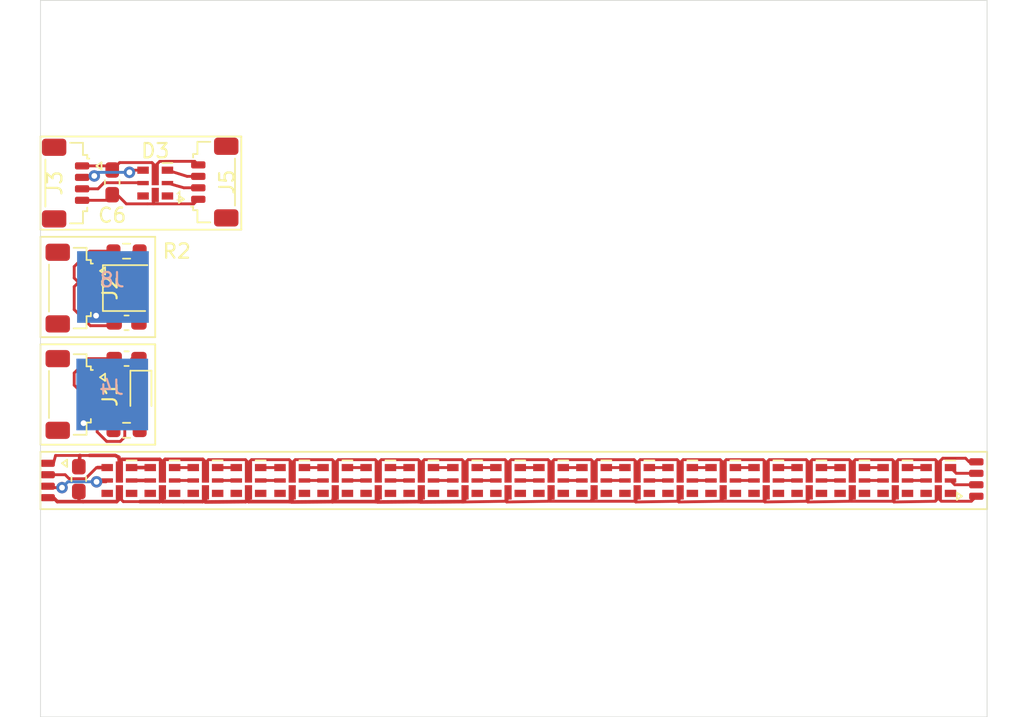
<source format=kicad_pcb>
(kicad_pcb (version 20171130) (host pcbnew 5.1.10)

  (general
    (thickness 1.6)
    (drawings 24)
    (tracks 316)
    (zones 0)
    (modules 37)
    (nets 57)
  )

  (page A4)
  (layers
    (0 F.Cu signal)
    (31 B.Cu signal)
    (32 B.Adhes user hide)
    (33 F.Adhes user hide)
    (34 B.Paste user hide)
    (35 F.Paste user hide)
    (36 B.SilkS user hide)
    (37 F.SilkS user)
    (38 B.Mask user hide)
    (39 F.Mask user hide)
    (40 Dwgs.User user)
    (41 Cmts.User user hide)
    (42 Eco1.User user)
    (43 Eco2.User user hide)
    (44 Edge.Cuts user)
    (45 Margin user hide)
    (46 B.CrtYd user hide)
    (47 F.CrtYd user)
    (48 B.Fab user hide)
    (49 F.Fab user hide)
  )

  (setup
    (last_trace_width 0.2)
    (trace_clearance 0.18)
    (zone_clearance 0.508)
    (zone_45_only no)
    (trace_min 0.2)
    (via_size 0.8)
    (via_drill 0.4)
    (via_min_size 0.4)
    (via_min_drill 0.3)
    (uvia_size 0.3)
    (uvia_drill 0.1)
    (uvias_allowed no)
    (uvia_min_size 0.2)
    (uvia_min_drill 0.1)
    (edge_width 0.05)
    (segment_width 0.2)
    (pcb_text_width 0.3)
    (pcb_text_size 1.5 1.5)
    (mod_edge_width 0.12)
    (mod_text_size 1 1)
    (mod_text_width 0.15)
    (pad_size 1.524 1.524)
    (pad_drill 0.762)
    (pad_to_mask_clearance 0)
    (aux_axis_origin 0 0)
    (visible_elements FFFFFF7F)
    (pcbplotparams
      (layerselection 0x010fc_ffffffff)
      (usegerberextensions false)
      (usegerberattributes true)
      (usegerberadvancedattributes true)
      (creategerberjobfile true)
      (excludeedgelayer true)
      (linewidth 0.100000)
      (plotframeref false)
      (viasonmask false)
      (mode 1)
      (useauxorigin false)
      (hpglpennumber 1)
      (hpglpenspeed 20)
      (hpglpendiameter 15.000000)
      (psnegative false)
      (psa4output false)
      (plotreference true)
      (plotvalue true)
      (plotinvisibletext false)
      (padsonsilk false)
      (subtractmaskfromsilk false)
      (outputformat 1)
      (mirror false)
      (drillshape 1)
      (scaleselection 1)
      (outputdirectory ""))
  )

  (net 0 "")
  (net 1 "Net-(C1-Pad2)")
  (net 2 "Net-(D1-Pad2)")
  (net 3 "Net-(D2-Pad2)")
  (net 4 "Net-(C6-Pad1)")
  (net 5 "Net-(D3-Pad4)")
  (net 6 "Net-(D3-Pad5)")
  (net 7 "Net-(D3-Pad3)")
  (net 8 "Net-(D3-Pad2)")
  (net 9 "Net-(C7-Pad1)")
  (net 10 "Net-(D4-Pad4)")
  (net 11 "Net-(D4-Pad5)")
  (net 12 "Net-(D4-Pad3)")
  (net 13 "Net-(D4-Pad2)")
  (net 14 "Net-(D5-Pad3)")
  (net 15 "Net-(D5-Pad2)")
  (net 16 "Net-(D6-Pad3)")
  (net 17 "Net-(D6-Pad2)")
  (net 18 "Net-(D7-Pad3)")
  (net 19 "Net-(D7-Pad2)")
  (net 20 "Net-(D8-Pad3)")
  (net 21 "Net-(D8-Pad2)")
  (net 22 "Net-(D10-Pad4)")
  (net 23 "Net-(D10-Pad5)")
  (net 24 "Net-(D10-Pad3)")
  (net 25 "Net-(D10-Pad2)")
  (net 26 "Net-(D11-Pad3)")
  (net 27 "Net-(D11-Pad2)")
  (net 28 "Net-(D12-Pad3)")
  (net 29 "Net-(D12-Pad2)")
  (net 30 "Net-(D13-Pad3)")
  (net 31 "Net-(D13-Pad2)")
  (net 32 "Net-(D14-Pad3)")
  (net 33 "Net-(D14-Pad2)")
  (net 34 "Net-(D15-Pad3)")
  (net 35 "Net-(D15-Pad2)")
  (net 36 "Net-(D16-Pad3)")
  (net 37 "Net-(D16-Pad2)")
  (net 38 "Net-(D17-Pad3)")
  (net 39 "Net-(D17-Pad2)")
  (net 40 "Net-(D18-Pad3)")
  (net 41 "Net-(D18-Pad2)")
  (net 42 "Net-(D19-Pad3)")
  (net 43 "Net-(D19-Pad2)")
  (net 44 "Net-(D20-Pad3)")
  (net 45 "Net-(D20-Pad2)")
  (net 46 "Net-(D21-Pad3)")
  (net 47 "Net-(D21-Pad2)")
  (net 48 "Net-(D22-Pad3)")
  (net 49 "Net-(D22-Pad2)")
  (net 50 "Net-(D23-Pad3)")
  (net 51 "Net-(D23-Pad2)")
  (net 52 GND)
  (net 53 /0603_led)
  (net 54 /3030_led)
  (net 55 /0603_touch)
  (net 56 /3030_touch)

  (net_class Default "This is the default net class."
    (clearance 0.18)
    (trace_width 0.2)
    (via_dia 0.8)
    (via_drill 0.4)
    (uvia_dia 0.3)
    (uvia_drill 0.1)
    (add_net /0603_led)
    (add_net /0603_touch)
    (add_net /3030_led)
    (add_net /3030_touch)
    (add_net GND)
    (add_net "Net-(C1-Pad2)")
    (add_net "Net-(C6-Pad1)")
    (add_net "Net-(C7-Pad1)")
    (add_net "Net-(D1-Pad2)")
    (add_net "Net-(D10-Pad2)")
    (add_net "Net-(D10-Pad3)")
    (add_net "Net-(D10-Pad4)")
    (add_net "Net-(D10-Pad5)")
    (add_net "Net-(D11-Pad2)")
    (add_net "Net-(D11-Pad3)")
    (add_net "Net-(D12-Pad2)")
    (add_net "Net-(D12-Pad3)")
    (add_net "Net-(D13-Pad2)")
    (add_net "Net-(D13-Pad3)")
    (add_net "Net-(D14-Pad2)")
    (add_net "Net-(D14-Pad3)")
    (add_net "Net-(D15-Pad2)")
    (add_net "Net-(D15-Pad3)")
    (add_net "Net-(D16-Pad2)")
    (add_net "Net-(D16-Pad3)")
    (add_net "Net-(D17-Pad2)")
    (add_net "Net-(D17-Pad3)")
    (add_net "Net-(D18-Pad2)")
    (add_net "Net-(D18-Pad3)")
    (add_net "Net-(D19-Pad2)")
    (add_net "Net-(D19-Pad3)")
    (add_net "Net-(D2-Pad2)")
    (add_net "Net-(D20-Pad2)")
    (add_net "Net-(D20-Pad3)")
    (add_net "Net-(D21-Pad2)")
    (add_net "Net-(D21-Pad3)")
    (add_net "Net-(D22-Pad2)")
    (add_net "Net-(D22-Pad3)")
    (add_net "Net-(D23-Pad2)")
    (add_net "Net-(D23-Pad3)")
    (add_net "Net-(D3-Pad2)")
    (add_net "Net-(D3-Pad3)")
    (add_net "Net-(D3-Pad4)")
    (add_net "Net-(D3-Pad5)")
    (add_net "Net-(D4-Pad2)")
    (add_net "Net-(D4-Pad3)")
    (add_net "Net-(D4-Pad4)")
    (add_net "Net-(D4-Pad5)")
    (add_net "Net-(D5-Pad2)")
    (add_net "Net-(D5-Pad3)")
    (add_net "Net-(D6-Pad2)")
    (add_net "Net-(D6-Pad3)")
    (add_net "Net-(D7-Pad2)")
    (add_net "Net-(D7-Pad3)")
    (add_net "Net-(D8-Pad2)")
    (add_net "Net-(D8-Pad3)")
  )

  (module flexleds:touchpad (layer B.Cu) (tedit 613E7DAF) (tstamp 61402EF1)
    (at 29 30.5)
    (path /61404518)
    (fp_text reference J8 (at 0 -0.5) (layer B.SilkS)
      (effects (font (size 1 1) (thickness 0.15)) (justify mirror))
    )
    (fp_text value Conn_01x01 (at 0 0.5) (layer B.Fab)
      (effects (font (size 1 1) (thickness 0.15)) (justify mirror))
    )
    (pad 1 smd rect (at 0.05 0) (size 5 5) (layers B.Cu B.Paste B.Mask)
      (net 56 /3030_touch))
  )

  (module flexleds:touchpad (layer B.Cu) (tedit 613E7DAF) (tstamp 61402E3A)
    (at 28.95 38)
    (path /61403F59)
    (fp_text reference J4 (at 0 -0.5) (layer B.SilkS)
      (effects (font (size 1 1) (thickness 0.15)) (justify mirror))
    )
    (fp_text value Conn_01x01 (at 0 0.5) (layer B.Fab)
      (effects (font (size 1 1) (thickness 0.15)) (justify mirror))
    )
    (pad 1 smd rect (at 0.05 0) (size 5 5) (layers B.Cu B.Paste B.Mask)
      (net 55 /0603_touch))
  )

  (module flexleds:LED_Cree-J3030 (layer F.Cu) (tedit 613E7CFF) (tstamp 613F0AF3)
    (at 29.9 30.576)
    (descr https://www.luckylight.cn/media/component/data-sheet/R2835BC-B2M-M10.pdf)
    (tags LED)
    (path /613F3737)
    (attr smd)
    (fp_text reference D2 (at 3.6 -0.076) (layer F.SilkS) hide
      (effects (font (size 1 1) (thickness 0.15)))
    )
    (fp_text value LED (at 0 2.475) (layer F.Fab)
      (effects (font (size 1 1) (thickness 0.15)))
    )
    (fp_line (start -1.55 -1.6) (end -1.55 1.6) (layer F.SilkS) (width 0.12))
    (fp_line (start 1.75 1.4) (end -0.9 1.4) (layer F.Fab) (width 0.1))
    (fp_line (start -1.55 0.7) (end -1.55 -1.4) (layer F.Fab) (width 0.1))
    (fp_line (start -1.55 -1.4) (end 1.25 -1.4) (layer F.Fab) (width 0.1))
    (fp_line (start 1.5 -1.4) (end 1.5 1.4) (layer F.Fab) (width 0.1))
    (fp_line (start 1.4 1.6) (end -1.55 1.6) (layer F.SilkS) (width 0.12))
    (fp_line (start 1.55 -1.6) (end -1.55 -1.6) (layer F.SilkS) (width 0.12))
    (fp_line (start 1.55 1.55) (end -1.55 1.55) (layer F.CrtYd) (width 0.05))
    (fp_line (start -1.55 1.55) (end -1.55 -1.55) (layer F.CrtYd) (width 0.05))
    (fp_line (start -1.55 -1.55) (end 1.55 -1.55) (layer F.CrtYd) (width 0.05))
    (fp_line (start 1.55 -1.55) (end 1.55 1.55) (layer F.CrtYd) (width 0.05))
    (fp_line (start -0.9 1.4) (end -1.55 0.75) (layer F.Fab) (width 0.12))
    (fp_circle (center -0.9 0.9) (end -0.75 1) (layer F.Fab) (width 0.12))
    (fp_text user %R (at 0 0) (layer F.Fab)
      (effects (font (size 0.9 0.9) (thickness 0.135)))
    )
    (pad 2 smd rect (at 1.1 0) (size 0.6 2.4) (layers F.Cu F.Paste F.Mask)
      (net 3 "Net-(D2-Pad2)"))
    (pad 1 smd rect (at -0.55 0) (size 1.6 2.4) (layers F.Cu F.Paste F.Mask)
      (net 52 GND))
    (model ${KISYS3DMOD}/LED_SMD.3dshapes/LED_PLCC_2835.wrl
      (at (xyz 0 0 0))
      (scale (xyz 1 1 1))
      (rotate (xyz 0 0 0))
    )
  )

  (module Connector_JST:JST_SUR_SM04B-SURS-TF_1x04-1MP_P0.80mm_Horizontal (layer F.Cu) (tedit 5B78AD88) (tstamp 613F0B3C)
    (at 26 30.576 270)
    (descr "JST SUR series connector, SM04B-SURS-TF (http://www.jst-mfg.com/product/pdf/eng/eSUR.pdf), generated with kicad-footprint-generator")
    (tags "connector JST SUR top entry")
    (path /613F37E8)
    (attr smd)
    (fp_text reference J2 (at 0 -2.85 90) (layer F.SilkS)
      (effects (font (size 1 1) (thickness 0.15)))
    )
    (fp_text value Conn_01x04 (at 0 2.85 90) (layer F.Fab)
      (effects (font (size 1 1) (thickness 0.15)))
    )
    (fp_line (start -0.95 -2.503553) (end -1.45 -2.503553) (layer F.SilkS) (width 0.12))
    (fp_line (start -1.2 -2.15) (end -0.95 -2.503553) (layer F.SilkS) (width 0.12))
    (fp_line (start -1.45 -2.503553) (end -1.2 -2.15) (layer F.SilkS) (width 0.12))
    (fp_line (start -1.2 -0.692893) (end -0.7 -1.4) (layer F.Fab) (width 0.1))
    (fp_line (start -1.7 -1.4) (end -1.2 -0.692893) (layer F.Fab) (width 0.1))
    (fp_line (start 3.6 -2.15) (end -3.6 -2.15) (layer F.CrtYd) (width 0.05))
    (fp_line (start 3.6 2.15) (end 3.6 -2.15) (layer F.CrtYd) (width 0.05))
    (fp_line (start -3.6 2.15) (end 3.6 2.15) (layer F.CrtYd) (width 0.05))
    (fp_line (start -3.6 -2.15) (end -3.6 2.15) (layer F.CrtYd) (width 0.05))
    (fp_line (start 2.7 -1.1) (end 2.7 1.3) (layer F.Fab) (width 0.1))
    (fp_line (start -2.7 -1.1) (end -2.7 1.3) (layer F.Fab) (width 0.1))
    (fp_line (start -2.7 1.3) (end 2.7 1.3) (layer F.Fab) (width 0.1))
    (fp_line (start -1.64 1.41) (end 1.64 1.41) (layer F.SilkS) (width 0.12))
    (fp_line (start 1.96 -1.51) (end 1.71 -1.51) (layer F.SilkS) (width 0.12))
    (fp_line (start 1.96 -1.21) (end 1.96 -1.51) (layer F.SilkS) (width 0.12))
    (fp_line (start 2.81 -1.21) (end 1.96 -1.21) (layer F.SilkS) (width 0.12))
    (fp_line (start 2.81 -0.31) (end 2.81 -1.21) (layer F.SilkS) (width 0.12))
    (fp_line (start -1.71 -1.51) (end -1.71 -1.65) (layer F.SilkS) (width 0.12))
    (fp_line (start -1.96 -1.51) (end -1.71 -1.51) (layer F.SilkS) (width 0.12))
    (fp_line (start -1.96 -1.21) (end -1.96 -1.51) (layer F.SilkS) (width 0.12))
    (fp_line (start -2.81 -1.21) (end -1.96 -1.21) (layer F.SilkS) (width 0.12))
    (fp_line (start -2.81 -0.31) (end -2.81 -1.21) (layer F.SilkS) (width 0.12))
    (fp_line (start 1.85 -1.1) (end 2.7 -1.1) (layer F.Fab) (width 0.1))
    (fp_line (start 1.85 -1.4) (end 1.85 -1.1) (layer F.Fab) (width 0.1))
    (fp_line (start -1.85 -1.4) (end 1.85 -1.4) (layer F.Fab) (width 0.1))
    (fp_line (start -1.85 -1.1) (end -1.85 -1.4) (layer F.Fab) (width 0.1))
    (fp_line (start -2.7 -1.1) (end -1.85 -1.1) (layer F.Fab) (width 0.1))
    (fp_text user %R (at 0 0 270) (layer F.Fab)
      (effects (font (size 1 1) (thickness 0.15)))
    )
    (pad MP smd roundrect (at 2.5 0.8 270) (size 1.2 1.7) (layers F.Cu F.Paste F.Mask) (roundrect_rratio 0.208333))
    (pad MP smd roundrect (at -2.5 0.8 270) (size 1.2 1.7) (layers F.Cu F.Paste F.Mask) (roundrect_rratio 0.208333))
    (pad 4 smd roundrect (at 1.2 -1.15 270) (size 0.5 1) (layers F.Cu F.Paste F.Mask) (roundrect_rratio 0.25)
      (net 56 /3030_touch))
    (pad 3 smd roundrect (at 0.4 -1.15 270) (size 0.5 1) (layers F.Cu F.Paste F.Mask) (roundrect_rratio 0.25)
      (net 52 GND))
    (pad 2 smd roundrect (at -0.4 -1.15 270) (size 0.5 1) (layers F.Cu F.Paste F.Mask) (roundrect_rratio 0.25)
      (net 54 /3030_led))
    (pad 1 smd roundrect (at -1.2 -1.15 270) (size 0.5 1) (layers F.Cu F.Paste F.Mask) (roundrect_rratio 0.25)
      (net 52 GND))
    (model ${KISYS3DMOD}/Connector_JST.3dshapes/JST_SUR_SM04B-SURS-TF_1x04-1MP_P0.80mm_Horizontal.wrl
      (at (xyz 0 0 0))
      (scale (xyz 1 1 1))
      (rotate (xyz 0 0 0))
    )
  )

  (module Resistor_SMD:R_0603_1608Metric_Pad0.98x0.95mm_HandSolder (layer F.Cu) (tedit 5F68FEEE) (tstamp 613F0AC1)
    (at 30 28)
    (descr "Resistor SMD 0603 (1608 Metric), square (rectangular) end terminal, IPC_7351 nominal with elongated pad for handsoldering. (Body size source: IPC-SM-782 page 72, https://www.pcb-3d.com/wordpress/wp-content/uploads/ipc-sm-782a_amendment_1_and_2.pdf), generated with kicad-footprint-generator")
    (tags "resistor handsolder")
    (path /613F37C3)
    (attr smd)
    (fp_text reference R2 (at 3.5 0) (layer F.SilkS)
      (effects (font (size 1 1) (thickness 0.15)))
    )
    (fp_text value R (at 0 1.43) (layer F.Fab)
      (effects (font (size 1 1) (thickness 0.15)))
    )
    (fp_line (start 1.65 0.73) (end -1.65 0.73) (layer F.CrtYd) (width 0.05))
    (fp_line (start 1.65 -0.73) (end 1.65 0.73) (layer F.CrtYd) (width 0.05))
    (fp_line (start -1.65 -0.73) (end 1.65 -0.73) (layer F.CrtYd) (width 0.05))
    (fp_line (start -1.65 0.73) (end -1.65 -0.73) (layer F.CrtYd) (width 0.05))
    (fp_line (start -0.254724 0.5225) (end 0.254724 0.5225) (layer F.SilkS) (width 0.12))
    (fp_line (start -0.254724 -0.5225) (end 0.254724 -0.5225) (layer F.SilkS) (width 0.12))
    (fp_line (start 0.8 0.4125) (end -0.8 0.4125) (layer F.Fab) (width 0.1))
    (fp_line (start 0.8 -0.4125) (end 0.8 0.4125) (layer F.Fab) (width 0.1))
    (fp_line (start -0.8 -0.4125) (end 0.8 -0.4125) (layer F.Fab) (width 0.1))
    (fp_line (start -0.8 0.4125) (end -0.8 -0.4125) (layer F.Fab) (width 0.1))
    (fp_text user %R (at 0 0) (layer F.Fab)
      (effects (font (size 0.4 0.4) (thickness 0.06)))
    )
    (pad 2 smd roundrect (at 0.9125 0) (size 0.975 0.95) (layers F.Cu F.Paste F.Mask) (roundrect_rratio 0.25)
      (net 3 "Net-(D2-Pad2)"))
    (pad 1 smd roundrect (at -0.9125 0) (size 0.975 0.95) (layers F.Cu F.Paste F.Mask) (roundrect_rratio 0.25)
      (net 54 /3030_led))
    (model ${KISYS3DMOD}/Resistor_SMD.3dshapes/R_0603_1608Metric.wrl
      (at (xyz 0 0 0))
      (scale (xyz 1 1 1))
      (rotate (xyz 0 0 0))
    )
  )

  (module Capacitor_SMD:C_0603_1608Metric_Pad1.08x0.95mm_HandSolder (layer F.Cu) (tedit 5F68FEEF) (tstamp 613F0A91)
    (at 30 33)
    (descr "Capacitor SMD 0603 (1608 Metric), square (rectangular) end terminal, IPC_7351 nominal with elongated pad for handsoldering. (Body size source: IPC-SM-782 page 76, https://www.pcb-3d.com/wordpress/wp-content/uploads/ipc-sm-782a_amendment_1_and_2.pdf), generated with kicad-footprint-generator")
    (tags "capacitor handsolder")
    (path /613F37CE)
    (attr smd)
    (fp_text reference C3 (at 3.5 0) (layer F.SilkS) hide
      (effects (font (size 1 1) (thickness 0.15)))
    )
    (fp_text value C (at 0 1.43) (layer F.Fab)
      (effects (font (size 1 1) (thickness 0.15)))
    )
    (fp_line (start 1.65 0.73) (end -1.65 0.73) (layer F.CrtYd) (width 0.05))
    (fp_line (start 1.65 -0.73) (end 1.65 0.73) (layer F.CrtYd) (width 0.05))
    (fp_line (start -1.65 -0.73) (end 1.65 -0.73) (layer F.CrtYd) (width 0.05))
    (fp_line (start -1.65 0.73) (end -1.65 -0.73) (layer F.CrtYd) (width 0.05))
    (fp_line (start -0.146267 0.51) (end 0.146267 0.51) (layer F.SilkS) (width 0.12))
    (fp_line (start -0.146267 -0.51) (end 0.146267 -0.51) (layer F.SilkS) (width 0.12))
    (fp_line (start 0.8 0.4) (end -0.8 0.4) (layer F.Fab) (width 0.1))
    (fp_line (start 0.8 -0.4) (end 0.8 0.4) (layer F.Fab) (width 0.1))
    (fp_line (start -0.8 -0.4) (end 0.8 -0.4) (layer F.Fab) (width 0.1))
    (fp_line (start -0.8 0.4) (end -0.8 -0.4) (layer F.Fab) (width 0.1))
    (fp_text user %R (at 0 0) (layer F.Fab)
      (effects (font (size 0.4 0.4) (thickness 0.06)))
    )
    (pad 2 smd roundrect (at 0.8625 0) (size 1.075 0.95) (layers F.Cu F.Paste F.Mask) (roundrect_rratio 0.25)
      (net 52 GND))
    (pad 1 smd roundrect (at -0.8625 0) (size 1.075 0.95) (layers F.Cu F.Paste F.Mask) (roundrect_rratio 0.25)
      (net 54 /3030_led))
    (model ${KISYS3DMOD}/Capacitor_SMD.3dshapes/C_0603_1608Metric.wrl
      (at (xyz 0 0 0))
      (scale (xyz 1 1 1))
      (rotate (xyz 0 0 0))
    )
  )

  (module Connector_JST:JST_SUR_SM04B-SURS-TF_1x04-1MP_P0.80mm_Horizontal (layer F.Cu) (tedit 5B78AD88) (tstamp 613E9FF8)
    (at 26 38 270)
    (descr "JST SUR series connector, SM04B-SURS-TF (http://www.jst-mfg.com/product/pdf/eng/eSUR.pdf), generated with kicad-footprint-generator")
    (tags "connector JST SUR top entry")
    (path /613EAB15)
    (attr smd)
    (fp_text reference J1 (at 0 -2.85 90) (layer F.SilkS)
      (effects (font (size 1 1) (thickness 0.15)))
    )
    (fp_text value Conn_01x04 (at 0 2.85 90) (layer F.Fab)
      (effects (font (size 1 1) (thickness 0.15)))
    )
    (fp_line (start -0.95 -2.503553) (end -1.45 -2.503553) (layer F.SilkS) (width 0.12))
    (fp_line (start -1.2 -2.15) (end -0.95 -2.503553) (layer F.SilkS) (width 0.12))
    (fp_line (start -1.45 -2.503553) (end -1.2 -2.15) (layer F.SilkS) (width 0.12))
    (fp_line (start -1.2 -0.692893) (end -0.7 -1.4) (layer F.Fab) (width 0.1))
    (fp_line (start -1.7 -1.4) (end -1.2 -0.692893) (layer F.Fab) (width 0.1))
    (fp_line (start 3.6 -2.15) (end -3.6 -2.15) (layer F.CrtYd) (width 0.05))
    (fp_line (start 3.6 2.15) (end 3.6 -2.15) (layer F.CrtYd) (width 0.05))
    (fp_line (start -3.6 2.15) (end 3.6 2.15) (layer F.CrtYd) (width 0.05))
    (fp_line (start -3.6 -2.15) (end -3.6 2.15) (layer F.CrtYd) (width 0.05))
    (fp_line (start 2.7 -1.1) (end 2.7 1.3) (layer F.Fab) (width 0.1))
    (fp_line (start -2.7 -1.1) (end -2.7 1.3) (layer F.Fab) (width 0.1))
    (fp_line (start -2.7 1.3) (end 2.7 1.3) (layer F.Fab) (width 0.1))
    (fp_line (start -1.64 1.41) (end 1.64 1.41) (layer F.SilkS) (width 0.12))
    (fp_line (start 1.96 -1.51) (end 1.71 -1.51) (layer F.SilkS) (width 0.12))
    (fp_line (start 1.96 -1.21) (end 1.96 -1.51) (layer F.SilkS) (width 0.12))
    (fp_line (start 2.81 -1.21) (end 1.96 -1.21) (layer F.SilkS) (width 0.12))
    (fp_line (start 2.81 -0.31) (end 2.81 -1.21) (layer F.SilkS) (width 0.12))
    (fp_line (start -1.71 -1.51) (end -1.71 -1.65) (layer F.SilkS) (width 0.12))
    (fp_line (start -1.96 -1.51) (end -1.71 -1.51) (layer F.SilkS) (width 0.12))
    (fp_line (start -1.96 -1.21) (end -1.96 -1.51) (layer F.SilkS) (width 0.12))
    (fp_line (start -2.81 -1.21) (end -1.96 -1.21) (layer F.SilkS) (width 0.12))
    (fp_line (start -2.81 -0.31) (end -2.81 -1.21) (layer F.SilkS) (width 0.12))
    (fp_line (start 1.85 -1.1) (end 2.7 -1.1) (layer F.Fab) (width 0.1))
    (fp_line (start 1.85 -1.4) (end 1.85 -1.1) (layer F.Fab) (width 0.1))
    (fp_line (start -1.85 -1.4) (end 1.85 -1.4) (layer F.Fab) (width 0.1))
    (fp_line (start -1.85 -1.1) (end -1.85 -1.4) (layer F.Fab) (width 0.1))
    (fp_line (start -2.7 -1.1) (end -1.85 -1.1) (layer F.Fab) (width 0.1))
    (fp_text user %R (at 0 0 90) (layer F.Fab)
      (effects (font (size 1 1) (thickness 0.15)))
    )
    (pad MP smd roundrect (at 2.5 0.8 270) (size 1.2 1.7) (layers F.Cu F.Paste F.Mask) (roundrect_rratio 0.208333))
    (pad MP smd roundrect (at -2.5 0.8 270) (size 1.2 1.7) (layers F.Cu F.Paste F.Mask) (roundrect_rratio 0.208333))
    (pad 4 smd roundrect (at 1.2 -1.15 270) (size 0.5 1) (layers F.Cu F.Paste F.Mask) (roundrect_rratio 0.25)
      (net 55 /0603_touch))
    (pad 3 smd roundrect (at 0.4 -1.15 270) (size 0.5 1) (layers F.Cu F.Paste F.Mask) (roundrect_rratio 0.25)
      (net 1 "Net-(C1-Pad2)"))
    (pad 2 smd roundrect (at -0.4 -1.15 270) (size 0.5 1) (layers F.Cu F.Paste F.Mask) (roundrect_rratio 0.25)
      (net 53 /0603_led))
    (pad 1 smd roundrect (at -1.2 -1.15 270) (size 0.5 1) (layers F.Cu F.Paste F.Mask) (roundrect_rratio 0.25)
      (net 1 "Net-(C1-Pad2)"))
    (model ${KISYS3DMOD}/Connector_JST.3dshapes/JST_SUR_SM04B-SURS-TF_1x04-1MP_P0.80mm_Horizontal.wrl
      (at (xyz 0 0 0))
      (scale (xyz 1 1 1))
      (rotate (xyz 0 0 0))
    )
  )

  (module Capacitor_SMD:C_0603_1608Metric_Pad1.08x0.95mm_HandSolder (layer F.Cu) (tedit 5F68FEEF) (tstamp 613E9FBF)
    (at 30 35.5)
    (descr "Capacitor SMD 0603 (1608 Metric), square (rectangular) end terminal, IPC_7351 nominal with elongated pad for handsoldering. (Body size source: IPC-SM-782 page 76, https://www.pcb-3d.com/wordpress/wp-content/uploads/ipc-sm-782a_amendment_1_and_2.pdf), generated with kicad-footprint-generator")
    (tags "capacitor handsolder")
    (path /613E55A0)
    (attr smd)
    (fp_text reference C1 (at 3 0) (layer F.SilkS) hide
      (effects (font (size 1 1) (thickness 0.15)))
    )
    (fp_text value C (at 0 1.43) (layer F.Fab)
      (effects (font (size 1 1) (thickness 0.15)))
    )
    (fp_line (start 1.65 0.73) (end -1.65 0.73) (layer F.CrtYd) (width 0.05))
    (fp_line (start 1.65 -0.73) (end 1.65 0.73) (layer F.CrtYd) (width 0.05))
    (fp_line (start -1.65 -0.73) (end 1.65 -0.73) (layer F.CrtYd) (width 0.05))
    (fp_line (start -1.65 0.73) (end -1.65 -0.73) (layer F.CrtYd) (width 0.05))
    (fp_line (start -0.146267 0.51) (end 0.146267 0.51) (layer F.SilkS) (width 0.12))
    (fp_line (start -0.146267 -0.51) (end 0.146267 -0.51) (layer F.SilkS) (width 0.12))
    (fp_line (start 0.8 0.4) (end -0.8 0.4) (layer F.Fab) (width 0.1))
    (fp_line (start 0.8 -0.4) (end 0.8 0.4) (layer F.Fab) (width 0.1))
    (fp_line (start -0.8 -0.4) (end 0.8 -0.4) (layer F.Fab) (width 0.1))
    (fp_line (start -0.8 0.4) (end -0.8 -0.4) (layer F.Fab) (width 0.1))
    (fp_text user %R (at 0 0) (layer F.Fab)
      (effects (font (size 0.4 0.4) (thickness 0.06)))
    )
    (pad 2 smd roundrect (at 0.8625 0) (size 1.075 0.95) (layers F.Cu F.Paste F.Mask) (roundrect_rratio 0.25)
      (net 1 "Net-(C1-Pad2)"))
    (pad 1 smd roundrect (at -0.8625 0) (size 1.075 0.95) (layers F.Cu F.Paste F.Mask) (roundrect_rratio 0.25)
      (net 53 /0603_led))
    (model ${KISYS3DMOD}/Capacitor_SMD.3dshapes/C_0603_1608Metric.wrl
      (at (xyz 0 0 0))
      (scale (xyz 1 1 1))
      (rotate (xyz 0 0 0))
    )
  )

  (module Connector_JST:JST_SUR_SM04B-SURS-TF_1x04-1MP_P0.80mm_Horizontal (layer F.Cu) (tedit 5B78AD88) (tstamp 613E7A08)
    (at 36.15 23.18 90)
    (descr "JST SUR series connector, SM04B-SURS-TF (http://www.jst-mfg.com/product/pdf/eng/eSUR.pdf), generated with kicad-footprint-generator")
    (tags "connector JST SUR top entry")
    (path /61404D00)
    (attr smd)
    (fp_text reference J5 (at 0 0.85 90) (layer F.SilkS)
      (effects (font (size 1 1) (thickness 0.15)))
    )
    (fp_text value Conn_01x04 (at 0 2.85 90) (layer F.Fab)
      (effects (font (size 1 1) (thickness 0.15)))
    )
    (fp_line (start -0.95 -2.503553) (end -1.45 -2.503553) (layer F.SilkS) (width 0.12))
    (fp_line (start -1.2 -2.15) (end -0.95 -2.503553) (layer F.SilkS) (width 0.12))
    (fp_line (start -1.45 -2.503553) (end -1.2 -2.15) (layer F.SilkS) (width 0.12))
    (fp_line (start -1.2 -0.692893) (end -0.7 -1.4) (layer F.Fab) (width 0.1))
    (fp_line (start -1.7 -1.4) (end -1.2 -0.692893) (layer F.Fab) (width 0.1))
    (fp_line (start 3.6 -2.15) (end -3.6 -2.15) (layer F.CrtYd) (width 0.05))
    (fp_line (start 3.6 2.15) (end 3.6 -2.15) (layer F.CrtYd) (width 0.05))
    (fp_line (start -3.6 2.15) (end 3.6 2.15) (layer F.CrtYd) (width 0.05))
    (fp_line (start -3.6 -2.15) (end -3.6 2.15) (layer F.CrtYd) (width 0.05))
    (fp_line (start 2.7 -1.1) (end 2.7 1.3) (layer F.Fab) (width 0.1))
    (fp_line (start -2.7 -1.1) (end -2.7 1.3) (layer F.Fab) (width 0.1))
    (fp_line (start -2.7 1.3) (end 2.7 1.3) (layer F.Fab) (width 0.1))
    (fp_line (start -1.64 1.41) (end 1.64 1.41) (layer F.SilkS) (width 0.12))
    (fp_line (start 1.96 -1.51) (end 1.71 -1.51) (layer F.SilkS) (width 0.12))
    (fp_line (start 1.96 -1.21) (end 1.96 -1.51) (layer F.SilkS) (width 0.12))
    (fp_line (start 2.81 -1.21) (end 1.96 -1.21) (layer F.SilkS) (width 0.12))
    (fp_line (start 2.81 -0.31) (end 2.81 -1.21) (layer F.SilkS) (width 0.12))
    (fp_line (start -1.71 -1.51) (end -1.71 -1.65) (layer F.SilkS) (width 0.12))
    (fp_line (start -1.96 -1.51) (end -1.71 -1.51) (layer F.SilkS) (width 0.12))
    (fp_line (start -1.96 -1.21) (end -1.96 -1.51) (layer F.SilkS) (width 0.12))
    (fp_line (start -2.81 -1.21) (end -1.96 -1.21) (layer F.SilkS) (width 0.12))
    (fp_line (start -2.81 -0.31) (end -2.81 -1.21) (layer F.SilkS) (width 0.12))
    (fp_line (start 1.85 -1.1) (end 2.7 -1.1) (layer F.Fab) (width 0.1))
    (fp_line (start 1.85 -1.4) (end 1.85 -1.1) (layer F.Fab) (width 0.1))
    (fp_line (start -1.85 -1.4) (end 1.85 -1.4) (layer F.Fab) (width 0.1))
    (fp_line (start -1.85 -1.1) (end -1.85 -1.4) (layer F.Fab) (width 0.1))
    (fp_line (start -2.7 -1.1) (end -1.85 -1.1) (layer F.Fab) (width 0.1))
    (fp_text user %R (at 0 0 90) (layer F.Fab)
      (effects (font (size 1 1) (thickness 0.15)))
    )
    (pad MP smd roundrect (at 2.5 0.8 90) (size 1.2 1.7) (layers F.Cu F.Paste F.Mask) (roundrect_rratio 0.208333))
    (pad MP smd roundrect (at -2.5 0.8 90) (size 1.2 1.7) (layers F.Cu F.Paste F.Mask) (roundrect_rratio 0.208333))
    (pad 4 smd roundrect (at 1.2 -1.15 90) (size 0.5 1) (layers F.Cu F.Paste F.Mask) (roundrect_rratio 0.25)
      (net 52 GND))
    (pad 3 smd roundrect (at 0.4 -1.15 90) (size 0.5 1) (layers F.Cu F.Paste F.Mask) (roundrect_rratio 0.25)
      (net 7 "Net-(D3-Pad3)"))
    (pad 2 smd roundrect (at -0.4 -1.15 90) (size 0.5 1) (layers F.Cu F.Paste F.Mask) (roundrect_rratio 0.25)
      (net 8 "Net-(D3-Pad2)"))
    (pad 1 smd roundrect (at -1.2 -1.15 90) (size 0.5 1) (layers F.Cu F.Paste F.Mask) (roundrect_rratio 0.25)
      (net 4 "Net-(C6-Pad1)"))
    (model ${KISYS3DMOD}/Connector_JST.3dshapes/JST_SUR_SM04B-SURS-TF_1x04-1MP_P0.80mm_Horizontal.wrl
      (at (xyz 0 0 0))
      (scale (xyz 1 1 1))
      (rotate (xyz 0 0 0))
    )
  )

  (module flexleds:JST_SUR_SM04B-SURS-TF_1x04-1MP_P0.80mm_Horizontal_cut (layer F.Cu) (tedit 613E66F5) (tstamp 613ED938)
    (at 90.4 43.9 90)
    (descr "JST SUR series connector, SM04B-SURS-TF (http://www.jst-mfg.com/product/pdf/eng/eSUR.pdf), generated with kicad-footprint-generator")
    (tags "connector JST SUR top entry")
    (path /61433C71)
    (attr smd)
    (fp_text reference J7 (at -0.1 0.6 90) (layer F.SilkS) hide
      (effects (font (size 1 1) (thickness 0.15)))
    )
    (fp_text value Conn_01x04 (at 0 2.85 90) (layer F.Fab)
      (effects (font (size 1 1) (thickness 0.15)))
    )
    (fp_line (start -2.7 -1.1) (end -1.85 -1.1) (layer F.Fab) (width 0.1))
    (fp_line (start -1.85 -1.1) (end -1.85 -1.4) (layer F.Fab) (width 0.1))
    (fp_line (start -1.85 -1.4) (end 1.85 -1.4) (layer F.Fab) (width 0.1))
    (fp_line (start 1.85 -1.4) (end 1.85 -1.1) (layer F.Fab) (width 0.1))
    (fp_line (start 1.85 -1.1) (end 2.7 -1.1) (layer F.Fab) (width 0.1))
    (fp_line (start -2 -0.55) (end 2 -0.55) (layer Eco1.User) (width 0.12))
    (fp_line (start -2.7 1.3) (end 2.7 1.3) (layer F.Fab) (width 0.1))
    (fp_line (start -2.7 -1.1) (end -2.7 1.3) (layer F.Fab) (width 0.1))
    (fp_line (start 2.7 -1.1) (end 2.7 1.3) (layer F.Fab) (width 0.1))
    (fp_line (start -3.6 -2.15) (end -3.6 2.15) (layer F.CrtYd) (width 0.05))
    (fp_line (start -3.6 2.15) (end 3.6 2.15) (layer F.CrtYd) (width 0.05))
    (fp_line (start 3.6 2.15) (end 3.6 -2.15) (layer F.CrtYd) (width 0.05))
    (fp_line (start 3.6 -2.15) (end -3.6 -2.15) (layer F.CrtYd) (width 0.05))
    (fp_line (start -1.7 -1.4) (end -1.2 -0.692893) (layer F.Fab) (width 0.1))
    (fp_line (start -1.2 -0.692893) (end -0.7 -1.4) (layer F.Fab) (width 0.1))
    (fp_line (start -1.45 -2.503553) (end -1.2 -2.15) (layer F.SilkS) (width 0.12))
    (fp_line (start -1.2 -2.15) (end -0.95 -2.503553) (layer F.SilkS) (width 0.12))
    (fp_line (start -0.95 -2.503553) (end -1.45 -2.503553) (layer F.SilkS) (width 0.12))
    (fp_text user %R (at 0 0 90) (layer F.Fab)
      (effects (font (size 1 1) (thickness 0.15)))
    )
    (pad 4 smd roundrect (at 1.2 -1.15 90) (size 0.5 1) (layers F.Cu F.Paste F.Mask) (roundrect_rratio 0.25)
      (net 52 GND))
    (pad 3 smd roundrect (at 0.4 -1.15 90) (size 0.5 1) (layers F.Cu F.Paste F.Mask) (roundrect_rratio 0.25)
      (net 50 "Net-(D23-Pad3)"))
    (pad 2 smd roundrect (at -0.4 -1.15 90) (size 0.5 1) (layers F.Cu F.Paste F.Mask) (roundrect_rratio 0.25)
      (net 51 "Net-(D23-Pad2)"))
    (pad 1 smd roundrect (at -1.2 -1.15 90) (size 0.5 1) (layers F.Cu F.Paste F.Mask) (roundrect_rratio 0.25)
      (net 9 "Net-(C7-Pad1)"))
    (model ${KISYS3DMOD}/Connector_JST.3dshapes/JST_SUR_SM04B-SURS-TF_1x04-1MP_P0.80mm_Horizontal.wrl
      (at (xyz 0 0 0))
      (scale (xyz 1 1 1))
      (rotate (xyz 0 0 0))
    )
  )

  (module flexleds:JST_SUR_SM04B-SURS-TF_1x04-1MP_P0.80mm_Horizontal_cut (layer F.Cu) (tedit 613E66F5) (tstamp 613F427A)
    (at 23.35 44 270)
    (descr "JST SUR series connector, SM04B-SURS-TF (http://www.jst-mfg.com/product/pdf/eng/eSUR.pdf), generated with kicad-footprint-generator")
    (tags "connector JST SUR top entry")
    (path /61417C5C)
    (attr smd)
    (fp_text reference J6 (at 1 0.35 90) (layer F.SilkS) hide
      (effects (font (size 1 1) (thickness 0.15)))
    )
    (fp_text value Conn_01x04 (at 0 2.85 90) (layer F.Fab)
      (effects (font (size 1 1) (thickness 0.15)))
    )
    (fp_line (start -2.7 -1.1) (end -1.85 -1.1) (layer F.Fab) (width 0.1))
    (fp_line (start -1.85 -1.1) (end -1.85 -1.4) (layer F.Fab) (width 0.1))
    (fp_line (start -1.85 -1.4) (end 1.85 -1.4) (layer F.Fab) (width 0.1))
    (fp_line (start 1.85 -1.4) (end 1.85 -1.1) (layer F.Fab) (width 0.1))
    (fp_line (start 1.85 -1.1) (end 2.7 -1.1) (layer F.Fab) (width 0.1))
    (fp_line (start -2 -0.55) (end 2 -0.55) (layer Eco1.User) (width 0.12))
    (fp_line (start -2.7 1.3) (end 2.7 1.3) (layer F.Fab) (width 0.1))
    (fp_line (start -2.7 -1.1) (end -2.7 1.3) (layer F.Fab) (width 0.1))
    (fp_line (start 2.7 -1.1) (end 2.7 1.3) (layer F.Fab) (width 0.1))
    (fp_line (start -3.6 -2.15) (end -3.6 2.15) (layer F.CrtYd) (width 0.05))
    (fp_line (start -3.6 2.15) (end 3.6 2.15) (layer F.CrtYd) (width 0.05))
    (fp_line (start 3.6 2.15) (end 3.6 -2.15) (layer F.CrtYd) (width 0.05))
    (fp_line (start 3.6 -2.15) (end -3.6 -2.15) (layer F.CrtYd) (width 0.05))
    (fp_line (start -1.7 -1.4) (end -1.2 -0.692893) (layer F.Fab) (width 0.1))
    (fp_line (start -1.2 -0.692893) (end -0.7 -1.4) (layer F.Fab) (width 0.1))
    (fp_line (start -1.45 -2.503553) (end -1.2 -2.15) (layer F.SilkS) (width 0.12))
    (fp_line (start -1.2 -2.15) (end -0.95 -2.503553) (layer F.SilkS) (width 0.12))
    (fp_line (start -0.95 -2.503553) (end -1.45 -2.503553) (layer F.SilkS) (width 0.12))
    (fp_text user %R (at 0 0 90) (layer F.Fab)
      (effects (font (size 1 1) (thickness 0.15)))
    )
    (pad 4 smd roundrect (at 1.2 -1.15 270) (size 0.5 1) (layers F.Cu F.Paste F.Mask) (roundrect_rratio 0.25)
      (net 9 "Net-(C7-Pad1)"))
    (pad 3 smd roundrect (at 0.4 -1.15 270) (size 0.5 1) (layers F.Cu F.Paste F.Mask) (roundrect_rratio 0.25)
      (net 11 "Net-(D4-Pad5)"))
    (pad 2 smd roundrect (at -0.4 -1.15 270) (size 0.5 1) (layers F.Cu F.Paste F.Mask) (roundrect_rratio 0.25)
      (net 10 "Net-(D4-Pad4)"))
    (pad 1 smd roundrect (at -1.2 -1.15 270) (size 0.5 1) (layers F.Cu F.Paste F.Mask) (roundrect_rratio 0.25)
      (net 52 GND))
    (model ${KISYS3DMOD}/Connector_JST.3dshapes/JST_SUR_SM04B-SURS-TF_1x04-1MP_P0.80mm_Horizontal.wrl
      (at (xyz 0 0 0))
      (scale (xyz 1 1 1))
      (rotate (xyz 0 0 0))
    )
  )

  (module flexleds:LED-APA102-2020-midpower (layer F.Cu) (tedit 613E667B) (tstamp 613F3BB9)
    (at 86.6 44 180)
    (descr http://www.led-color.com/upload/201604/APA102-2020%20SMD%20LED.pdf)
    (tags "LED RGB SPI")
    (path /6147283E)
    (attr smd)
    (fp_text reference D23 (at 0 2.11) (layer F.SilkS) hide
      (effects (font (size 1 1) (thickness 0.15)))
    )
    (fp_text value APA102-2020 (at 0 -2) (layer F.Fab)
      (effects (font (size 1 1) (thickness 0.15)))
    )
    (fp_line (start 1.5 1.4) (end 0.5 1.4) (layer F.CrtYd) (width 0.05))
    (fp_line (start -0.5 1.4) (end -1.5 1.4) (layer F.CrtYd) (width 0.05))
    (fp_line (start -1.5 -1.4) (end -0.5 -1.4) (layer F.CrtYd) (width 0.05))
    (fp_line (start 0.5 -1.4) (end 1.5 -1.4) (layer F.CrtYd) (width 0.05))
    (fp_line (start 0.5 -1.58) (end 0.5 -1.4) (layer F.CrtYd) (width 0.05))
    (fp_line (start -0.5 -1.58) (end 0.5 -1.58) (layer F.CrtYd) (width 0.05))
    (fp_line (start -0.5 -1.4) (end -0.5 -1.58) (layer F.CrtYd) (width 0.05))
    (fp_line (start 0.5 1.58) (end 0.5 1.4) (layer F.CrtYd) (width 0.05))
    (fp_line (start -0.5 1.58) (end 0.5 1.58) (layer F.CrtYd) (width 0.05))
    (fp_line (start -0.5 1.4) (end -0.5 1.58) (layer F.CrtYd) (width 0.05))
    (fp_line (start -1.5 -1.4) (end -1.5 1.4) (layer F.CrtYd) (width 0.05))
    (fp_line (start -1 0.5) (end -0.5 1) (layer F.Fab) (width 0.1))
    (fp_line (start -1.2 1.4) (end -0.5 1.4) (layer F.SilkS) (width 0.12))
    (fp_line (start 1.5 -1.4) (end 1.5 1.4) (layer F.CrtYd) (width 0.05))
    (fp_line (start -1 0.5) (end -1 -1) (layer F.Fab) (width 0.1))
    (fp_line (start 1 1) (end -0.5 1) (layer F.Fab) (width 0.1))
    (fp_line (start 1 -1) (end 1 1) (layer F.Fab) (width 0.1))
    (fp_line (start -1 -1) (end 1 -1) (layer F.Fab) (width 0.1))
    (fp_text user 1 (at -1.7 -0.9) (layer F.SilkS) hide
      (effects (font (size 0.6 0.6) (thickness 0.1)))
    )
    (fp_text user %R (at 0 0) (layer F.Fab)
      (effects (font (size 0.3 0.3) (thickness 0.07)))
    )
    (pad 6 smd rect (at 0 0.59 270) (size 1.48 0.5) (layers F.Cu F.Paste F.Mask)
      (net 52 GND))
    (pad 1 smd rect (at 0 -0.83 270) (size 1 0.5) (layers F.Cu F.Paste F.Mask)
      (net 9 "Net-(C7-Pad1)"))
    (pad "" smd rect (at 0.85 -0.9 180) (size 0.8 0.5) (layers F.Cu F.Paste F.Mask))
    (pad 4 smd rect (at 0.85 0.9 180) (size 0.8 0.5) (layers F.Cu F.Paste F.Mask)
      (net 48 "Net-(D22-Pad3)"))
    (pad 5 smd rect (at 0.85 0 180) (size 0.8 0.3) (layers F.Cu F.Paste F.Mask)
      (net 49 "Net-(D22-Pad2)"))
    (pad 3 smd rect (at -0.85 0.9 180) (size 0.8 0.5) (layers F.Cu F.Paste F.Mask)
      (net 50 "Net-(D23-Pad3)"))
    (pad 2 smd rect (at -0.85 0 180) (size 0.8 0.3) (layers F.Cu F.Paste F.Mask)
      (net 51 "Net-(D23-Pad2)"))
    (pad "" smd rect (at -0.85 -0.9 180) (size 0.8 0.5) (layers F.Cu F.Paste F.Mask))
    (model ${KISYS3DMOD}/LED_SMD.3dshapes/LED-APA102-2020.wrl
      (at (xyz 0 0 0))
      (scale (xyz 1 1 1))
      (rotate (xyz 0 0 0))
    )
  )

  (module flexleds:LED-APA102-2020-midpower (layer F.Cu) (tedit 613E667B) (tstamp 613F3B5C)
    (at 83.6 44 180)
    (descr http://www.led-color.com/upload/201604/APA102-2020%20SMD%20LED.pdf)
    (tags "LED RGB SPI")
    (path /61472834)
    (attr smd)
    (fp_text reference D22 (at 0 2.11) (layer F.SilkS) hide
      (effects (font (size 1 1) (thickness 0.15)))
    )
    (fp_text value APA102-2020 (at 0 -2) (layer F.Fab)
      (effects (font (size 1 1) (thickness 0.15)))
    )
    (fp_line (start 1.5 1.4) (end 0.5 1.4) (layer F.CrtYd) (width 0.05))
    (fp_line (start -0.5 1.4) (end -1.5 1.4) (layer F.CrtYd) (width 0.05))
    (fp_line (start -1.5 -1.4) (end -0.5 -1.4) (layer F.CrtYd) (width 0.05))
    (fp_line (start 0.5 -1.4) (end 1.5 -1.4) (layer F.CrtYd) (width 0.05))
    (fp_line (start 0.5 -1.58) (end 0.5 -1.4) (layer F.CrtYd) (width 0.05))
    (fp_line (start -0.5 -1.58) (end 0.5 -1.58) (layer F.CrtYd) (width 0.05))
    (fp_line (start -0.5 -1.4) (end -0.5 -1.58) (layer F.CrtYd) (width 0.05))
    (fp_line (start 0.5 1.58) (end 0.5 1.4) (layer F.CrtYd) (width 0.05))
    (fp_line (start -0.5 1.58) (end 0.5 1.58) (layer F.CrtYd) (width 0.05))
    (fp_line (start -0.5 1.4) (end -0.5 1.58) (layer F.CrtYd) (width 0.05))
    (fp_line (start -1.5 -1.4) (end -1.5 1.4) (layer F.CrtYd) (width 0.05))
    (fp_line (start -1 0.5) (end -0.5 1) (layer F.Fab) (width 0.1))
    (fp_line (start -1.2 1.4) (end -0.5 1.4) (layer F.SilkS) (width 0.12))
    (fp_line (start 1.5 -1.4) (end 1.5 1.4) (layer F.CrtYd) (width 0.05))
    (fp_line (start -1 0.5) (end -1 -1) (layer F.Fab) (width 0.1))
    (fp_line (start 1 1) (end -0.5 1) (layer F.Fab) (width 0.1))
    (fp_line (start 1 -1) (end 1 1) (layer F.Fab) (width 0.1))
    (fp_line (start -1 -1) (end 1 -1) (layer F.Fab) (width 0.1))
    (fp_text user 1 (at -1.7 -0.9) (layer F.SilkS) hide
      (effects (font (size 0.6 0.6) (thickness 0.1)))
    )
    (fp_text user %R (at 0 0) (layer F.Fab)
      (effects (font (size 0.3 0.3) (thickness 0.07)))
    )
    (pad 6 smd rect (at 0 0.59 270) (size 1.48 0.5) (layers F.Cu F.Paste F.Mask)
      (net 52 GND))
    (pad 1 smd rect (at 0 -0.83 270) (size 1 0.5) (layers F.Cu F.Paste F.Mask)
      (net 9 "Net-(C7-Pad1)"))
    (pad "" smd rect (at 0.85 -0.9 180) (size 0.8 0.5) (layers F.Cu F.Paste F.Mask))
    (pad 4 smd rect (at 0.85 0.9 180) (size 0.8 0.5) (layers F.Cu F.Paste F.Mask)
      (net 46 "Net-(D21-Pad3)"))
    (pad 5 smd rect (at 0.85 0 180) (size 0.8 0.3) (layers F.Cu F.Paste F.Mask)
      (net 47 "Net-(D21-Pad2)"))
    (pad 3 smd rect (at -0.85 0.9 180) (size 0.8 0.5) (layers F.Cu F.Paste F.Mask)
      (net 48 "Net-(D22-Pad3)"))
    (pad 2 smd rect (at -0.85 0 180) (size 0.8 0.3) (layers F.Cu F.Paste F.Mask)
      (net 49 "Net-(D22-Pad2)"))
    (pad "" smd rect (at -0.85 -0.9 180) (size 0.8 0.5) (layers F.Cu F.Paste F.Mask))
    (model ${KISYS3DMOD}/LED_SMD.3dshapes/LED-APA102-2020.wrl
      (at (xyz 0 0 0))
      (scale (xyz 1 1 1))
      (rotate (xyz 0 0 0))
    )
  )

  (module flexleds:LED-APA102-2020-midpower (layer F.Cu) (tedit 613E667B) (tstamp 613F3CD0)
    (at 80.6 44 180)
    (descr http://www.led-color.com/upload/201604/APA102-2020%20SMD%20LED.pdf)
    (tags "LED RGB SPI")
    (path /6147282A)
    (attr smd)
    (fp_text reference D21 (at 0 2.11) (layer F.SilkS) hide
      (effects (font (size 1 1) (thickness 0.15)))
    )
    (fp_text value APA102-2020 (at 0 -2) (layer F.Fab)
      (effects (font (size 1 1) (thickness 0.15)))
    )
    (fp_line (start 1.5 1.4) (end 0.5 1.4) (layer F.CrtYd) (width 0.05))
    (fp_line (start -0.5 1.4) (end -1.5 1.4) (layer F.CrtYd) (width 0.05))
    (fp_line (start -1.5 -1.4) (end -0.5 -1.4) (layer F.CrtYd) (width 0.05))
    (fp_line (start 0.5 -1.4) (end 1.5 -1.4) (layer F.CrtYd) (width 0.05))
    (fp_line (start 0.5 -1.58) (end 0.5 -1.4) (layer F.CrtYd) (width 0.05))
    (fp_line (start -0.5 -1.58) (end 0.5 -1.58) (layer F.CrtYd) (width 0.05))
    (fp_line (start -0.5 -1.4) (end -0.5 -1.58) (layer F.CrtYd) (width 0.05))
    (fp_line (start 0.5 1.58) (end 0.5 1.4) (layer F.CrtYd) (width 0.05))
    (fp_line (start -0.5 1.58) (end 0.5 1.58) (layer F.CrtYd) (width 0.05))
    (fp_line (start -0.5 1.4) (end -0.5 1.58) (layer F.CrtYd) (width 0.05))
    (fp_line (start -1.5 -1.4) (end -1.5 1.4) (layer F.CrtYd) (width 0.05))
    (fp_line (start -1 0.5) (end -0.5 1) (layer F.Fab) (width 0.1))
    (fp_line (start -1.2 1.4) (end -0.5 1.4) (layer F.SilkS) (width 0.12))
    (fp_line (start 1.5 -1.4) (end 1.5 1.4) (layer F.CrtYd) (width 0.05))
    (fp_line (start -1 0.5) (end -1 -1) (layer F.Fab) (width 0.1))
    (fp_line (start 1 1) (end -0.5 1) (layer F.Fab) (width 0.1))
    (fp_line (start 1 -1) (end 1 1) (layer F.Fab) (width 0.1))
    (fp_line (start -1 -1) (end 1 -1) (layer F.Fab) (width 0.1))
    (fp_text user 1 (at -1.7 -0.9) (layer F.SilkS) hide
      (effects (font (size 0.6 0.6) (thickness 0.1)))
    )
    (fp_text user %R (at 0 0) (layer F.Fab)
      (effects (font (size 0.3 0.3) (thickness 0.07)))
    )
    (pad 6 smd rect (at 0 0.59 270) (size 1.48 0.5) (layers F.Cu F.Paste F.Mask)
      (net 52 GND))
    (pad 1 smd rect (at 0 -0.83 270) (size 1 0.5) (layers F.Cu F.Paste F.Mask)
      (net 9 "Net-(C7-Pad1)"))
    (pad "" smd rect (at 0.85 -0.9 180) (size 0.8 0.5) (layers F.Cu F.Paste F.Mask))
    (pad 4 smd rect (at 0.85 0.9 180) (size 0.8 0.5) (layers F.Cu F.Paste F.Mask)
      (net 44 "Net-(D20-Pad3)"))
    (pad 5 smd rect (at 0.85 0 180) (size 0.8 0.3) (layers F.Cu F.Paste F.Mask)
      (net 45 "Net-(D20-Pad2)"))
    (pad 3 smd rect (at -0.85 0.9 180) (size 0.8 0.5) (layers F.Cu F.Paste F.Mask)
      (net 46 "Net-(D21-Pad3)"))
    (pad 2 smd rect (at -0.85 0 180) (size 0.8 0.3) (layers F.Cu F.Paste F.Mask)
      (net 47 "Net-(D21-Pad2)"))
    (pad "" smd rect (at -0.85 -0.9 180) (size 0.8 0.5) (layers F.Cu F.Paste F.Mask))
    (model ${KISYS3DMOD}/LED_SMD.3dshapes/LED-APA102-2020.wrl
      (at (xyz 0 0 0))
      (scale (xyz 1 1 1))
      (rotate (xyz 0 0 0))
    )
  )

  (module flexleds:LED-APA102-2020-midpower (layer F.Cu) (tedit 613E667B) (tstamp 613F42D0)
    (at 77.6 44 180)
    (descr http://www.led-color.com/upload/201604/APA102-2020%20SMD%20LED.pdf)
    (tags "LED RGB SPI")
    (path /61472820)
    (attr smd)
    (fp_text reference D20 (at 0 2.11) (layer F.SilkS) hide
      (effects (font (size 1 1) (thickness 0.15)))
    )
    (fp_text value APA102-2020 (at 0 -2) (layer F.Fab)
      (effects (font (size 1 1) (thickness 0.15)))
    )
    (fp_line (start 1.5 1.4) (end 0.5 1.4) (layer F.CrtYd) (width 0.05))
    (fp_line (start -0.5 1.4) (end -1.5 1.4) (layer F.CrtYd) (width 0.05))
    (fp_line (start -1.5 -1.4) (end -0.5 -1.4) (layer F.CrtYd) (width 0.05))
    (fp_line (start 0.5 -1.4) (end 1.5 -1.4) (layer F.CrtYd) (width 0.05))
    (fp_line (start 0.5 -1.58) (end 0.5 -1.4) (layer F.CrtYd) (width 0.05))
    (fp_line (start -0.5 -1.58) (end 0.5 -1.58) (layer F.CrtYd) (width 0.05))
    (fp_line (start -0.5 -1.4) (end -0.5 -1.58) (layer F.CrtYd) (width 0.05))
    (fp_line (start 0.5 1.58) (end 0.5 1.4) (layer F.CrtYd) (width 0.05))
    (fp_line (start -0.5 1.58) (end 0.5 1.58) (layer F.CrtYd) (width 0.05))
    (fp_line (start -0.5 1.4) (end -0.5 1.58) (layer F.CrtYd) (width 0.05))
    (fp_line (start -1.5 -1.4) (end -1.5 1.4) (layer F.CrtYd) (width 0.05))
    (fp_line (start -1 0.5) (end -0.5 1) (layer F.Fab) (width 0.1))
    (fp_line (start -1.2 1.4) (end -0.5 1.4) (layer F.SilkS) (width 0.12))
    (fp_line (start 1.5 -1.4) (end 1.5 1.4) (layer F.CrtYd) (width 0.05))
    (fp_line (start -1 0.5) (end -1 -1) (layer F.Fab) (width 0.1))
    (fp_line (start 1 1) (end -0.5 1) (layer F.Fab) (width 0.1))
    (fp_line (start 1 -1) (end 1 1) (layer F.Fab) (width 0.1))
    (fp_line (start -1 -1) (end 1 -1) (layer F.Fab) (width 0.1))
    (fp_text user 1 (at -1.7 -0.9) (layer F.SilkS) hide
      (effects (font (size 0.6 0.6) (thickness 0.1)))
    )
    (fp_text user %R (at 0 0) (layer F.Fab)
      (effects (font (size 0.3 0.3) (thickness 0.07)))
    )
    (pad 6 smd rect (at 0 0.59 270) (size 1.48 0.5) (layers F.Cu F.Paste F.Mask)
      (net 52 GND))
    (pad 1 smd rect (at 0 -0.83 270) (size 1 0.5) (layers F.Cu F.Paste F.Mask)
      (net 9 "Net-(C7-Pad1)"))
    (pad "" smd rect (at 0.85 -0.9 180) (size 0.8 0.5) (layers F.Cu F.Paste F.Mask))
    (pad 4 smd rect (at 0.85 0.9 180) (size 0.8 0.5) (layers F.Cu F.Paste F.Mask)
      (net 42 "Net-(D19-Pad3)"))
    (pad 5 smd rect (at 0.85 0 180) (size 0.8 0.3) (layers F.Cu F.Paste F.Mask)
      (net 43 "Net-(D19-Pad2)"))
    (pad 3 smd rect (at -0.85 0.9 180) (size 0.8 0.5) (layers F.Cu F.Paste F.Mask)
      (net 44 "Net-(D20-Pad3)"))
    (pad 2 smd rect (at -0.85 0 180) (size 0.8 0.3) (layers F.Cu F.Paste F.Mask)
      (net 45 "Net-(D20-Pad2)"))
    (pad "" smd rect (at -0.85 -0.9 180) (size 0.8 0.5) (layers F.Cu F.Paste F.Mask))
    (model ${KISYS3DMOD}/LED_SMD.3dshapes/LED-APA102-2020.wrl
      (at (xyz 0 0 0))
      (scale (xyz 1 1 1))
      (rotate (xyz 0 0 0))
    )
  )

  (module flexleds:LED-APA102-2020-midpower (layer F.Cu) (tedit 613E667B) (tstamp 613F38CB)
    (at 74.6 44 180)
    (descr http://www.led-color.com/upload/201604/APA102-2020%20SMD%20LED.pdf)
    (tags "LED RGB SPI")
    (path /614723F0)
    (attr smd)
    (fp_text reference D19 (at 0 2.11) (layer F.SilkS) hide
      (effects (font (size 1 1) (thickness 0.15)))
    )
    (fp_text value APA102-2020 (at 0 -2) (layer F.Fab)
      (effects (font (size 1 1) (thickness 0.15)))
    )
    (fp_line (start 1.5 1.4) (end 0.5 1.4) (layer F.CrtYd) (width 0.05))
    (fp_line (start -0.5 1.4) (end -1.5 1.4) (layer F.CrtYd) (width 0.05))
    (fp_line (start -1.5 -1.4) (end -0.5 -1.4) (layer F.CrtYd) (width 0.05))
    (fp_line (start 0.5 -1.4) (end 1.5 -1.4) (layer F.CrtYd) (width 0.05))
    (fp_line (start 0.5 -1.58) (end 0.5 -1.4) (layer F.CrtYd) (width 0.05))
    (fp_line (start -0.5 -1.58) (end 0.5 -1.58) (layer F.CrtYd) (width 0.05))
    (fp_line (start -0.5 -1.4) (end -0.5 -1.58) (layer F.CrtYd) (width 0.05))
    (fp_line (start 0.5 1.58) (end 0.5 1.4) (layer F.CrtYd) (width 0.05))
    (fp_line (start -0.5 1.58) (end 0.5 1.58) (layer F.CrtYd) (width 0.05))
    (fp_line (start -0.5 1.4) (end -0.5 1.58) (layer F.CrtYd) (width 0.05))
    (fp_line (start -1.5 -1.4) (end -1.5 1.4) (layer F.CrtYd) (width 0.05))
    (fp_line (start -1 0.5) (end -0.5 1) (layer F.Fab) (width 0.1))
    (fp_line (start -1.2 1.4) (end -0.5 1.4) (layer F.SilkS) (width 0.12))
    (fp_line (start 1.5 -1.4) (end 1.5 1.4) (layer F.CrtYd) (width 0.05))
    (fp_line (start -1 0.5) (end -1 -1) (layer F.Fab) (width 0.1))
    (fp_line (start 1 1) (end -0.5 1) (layer F.Fab) (width 0.1))
    (fp_line (start 1 -1) (end 1 1) (layer F.Fab) (width 0.1))
    (fp_line (start -1 -1) (end 1 -1) (layer F.Fab) (width 0.1))
    (fp_text user 1 (at -1.7 -0.9) (layer F.SilkS) hide
      (effects (font (size 0.6 0.6) (thickness 0.1)))
    )
    (fp_text user %R (at 0 0) (layer F.Fab)
      (effects (font (size 0.3 0.3) (thickness 0.07)))
    )
    (pad 6 smd rect (at 0 0.59 270) (size 1.48 0.5) (layers F.Cu F.Paste F.Mask)
      (net 52 GND))
    (pad 1 smd rect (at 0 -0.83 270) (size 1 0.5) (layers F.Cu F.Paste F.Mask)
      (net 9 "Net-(C7-Pad1)"))
    (pad "" smd rect (at 0.85 -0.9 180) (size 0.8 0.5) (layers F.Cu F.Paste F.Mask))
    (pad 4 smd rect (at 0.85 0.9 180) (size 0.8 0.5) (layers F.Cu F.Paste F.Mask)
      (net 40 "Net-(D18-Pad3)"))
    (pad 5 smd rect (at 0.85 0 180) (size 0.8 0.3) (layers F.Cu F.Paste F.Mask)
      (net 41 "Net-(D18-Pad2)"))
    (pad 3 smd rect (at -0.85 0.9 180) (size 0.8 0.5) (layers F.Cu F.Paste F.Mask)
      (net 42 "Net-(D19-Pad3)"))
    (pad 2 smd rect (at -0.85 0 180) (size 0.8 0.3) (layers F.Cu F.Paste F.Mask)
      (net 43 "Net-(D19-Pad2)"))
    (pad "" smd rect (at -0.85 -0.9 180) (size 0.8 0.5) (layers F.Cu F.Paste F.Mask))
    (model ${KISYS3DMOD}/LED_SMD.3dshapes/LED-APA102-2020.wrl
      (at (xyz 0 0 0))
      (scale (xyz 1 1 1))
      (rotate (xyz 0 0 0))
    )
  )

  (module flexleds:LED-APA102-2020-midpower (layer F.Cu) (tedit 613E667B) (tstamp 613F3928)
    (at 71.6 44 180)
    (descr http://www.led-color.com/upload/201604/APA102-2020%20SMD%20LED.pdf)
    (tags "LED RGB SPI")
    (path /6146B8D1)
    (attr smd)
    (fp_text reference D18 (at 0 2.11) (layer F.SilkS) hide
      (effects (font (size 1 1) (thickness 0.15)))
    )
    (fp_text value APA102-2020 (at 0 -2) (layer F.Fab)
      (effects (font (size 1 1) (thickness 0.15)))
    )
    (fp_line (start 1.5 1.4) (end 0.5 1.4) (layer F.CrtYd) (width 0.05))
    (fp_line (start -0.5 1.4) (end -1.5 1.4) (layer F.CrtYd) (width 0.05))
    (fp_line (start -1.5 -1.4) (end -0.5 -1.4) (layer F.CrtYd) (width 0.05))
    (fp_line (start 0.5 -1.4) (end 1.5 -1.4) (layer F.CrtYd) (width 0.05))
    (fp_line (start 0.5 -1.58) (end 0.5 -1.4) (layer F.CrtYd) (width 0.05))
    (fp_line (start -0.5 -1.58) (end 0.5 -1.58) (layer F.CrtYd) (width 0.05))
    (fp_line (start -0.5 -1.4) (end -0.5 -1.58) (layer F.CrtYd) (width 0.05))
    (fp_line (start 0.5 1.58) (end 0.5 1.4) (layer F.CrtYd) (width 0.05))
    (fp_line (start -0.5 1.58) (end 0.5 1.58) (layer F.CrtYd) (width 0.05))
    (fp_line (start -0.5 1.4) (end -0.5 1.58) (layer F.CrtYd) (width 0.05))
    (fp_line (start -1.5 -1.4) (end -1.5 1.4) (layer F.CrtYd) (width 0.05))
    (fp_line (start -1 0.5) (end -0.5 1) (layer F.Fab) (width 0.1))
    (fp_line (start -1.2 1.4) (end -0.5 1.4) (layer F.SilkS) (width 0.12))
    (fp_line (start 1.5 -1.4) (end 1.5 1.4) (layer F.CrtYd) (width 0.05))
    (fp_line (start -1 0.5) (end -1 -1) (layer F.Fab) (width 0.1))
    (fp_line (start 1 1) (end -0.5 1) (layer F.Fab) (width 0.1))
    (fp_line (start 1 -1) (end 1 1) (layer F.Fab) (width 0.1))
    (fp_line (start -1 -1) (end 1 -1) (layer F.Fab) (width 0.1))
    (fp_text user 1 (at -1.7 -0.9) (layer F.SilkS) hide
      (effects (font (size 0.6 0.6) (thickness 0.1)))
    )
    (fp_text user %R (at 0 0) (layer F.Fab)
      (effects (font (size 0.3 0.3) (thickness 0.07)))
    )
    (pad 6 smd rect (at 0 0.59 270) (size 1.48 0.5) (layers F.Cu F.Paste F.Mask)
      (net 52 GND))
    (pad 1 smd rect (at 0 -0.83 270) (size 1 0.5) (layers F.Cu F.Paste F.Mask)
      (net 9 "Net-(C7-Pad1)"))
    (pad "" smd rect (at 0.85 -0.9 180) (size 0.8 0.5) (layers F.Cu F.Paste F.Mask))
    (pad 4 smd rect (at 0.85 0.9 180) (size 0.8 0.5) (layers F.Cu F.Paste F.Mask)
      (net 38 "Net-(D17-Pad3)"))
    (pad 5 smd rect (at 0.85 0 180) (size 0.8 0.3) (layers F.Cu F.Paste F.Mask)
      (net 39 "Net-(D17-Pad2)"))
    (pad 3 smd rect (at -0.85 0.9 180) (size 0.8 0.5) (layers F.Cu F.Paste F.Mask)
      (net 40 "Net-(D18-Pad3)"))
    (pad 2 smd rect (at -0.85 0 180) (size 0.8 0.3) (layers F.Cu F.Paste F.Mask)
      (net 41 "Net-(D18-Pad2)"))
    (pad "" smd rect (at -0.85 -0.9 180) (size 0.8 0.5) (layers F.Cu F.Paste F.Mask))
    (model ${KISYS3DMOD}/LED_SMD.3dshapes/LED-APA102-2020.wrl
      (at (xyz 0 0 0))
      (scale (xyz 1 1 1))
      (rotate (xyz 0 0 0))
    )
  )

  (module flexleds:LED-APA102-2020-midpower (layer F.Cu) (tedit 613E667B) (tstamp 613F3EFE)
    (at 68.6 44 180)
    (descr http://www.led-color.com/upload/201604/APA102-2020%20SMD%20LED.pdf)
    (tags "LED RGB SPI")
    (path /6146B3A6)
    (attr smd)
    (fp_text reference D17 (at 0 2.11) (layer F.SilkS) hide
      (effects (font (size 1 1) (thickness 0.15)))
    )
    (fp_text value APA102-2020 (at 0 -2) (layer F.Fab)
      (effects (font (size 1 1) (thickness 0.15)))
    )
    (fp_line (start 1.5 1.4) (end 0.5 1.4) (layer F.CrtYd) (width 0.05))
    (fp_line (start -0.5 1.4) (end -1.5 1.4) (layer F.CrtYd) (width 0.05))
    (fp_line (start -1.5 -1.4) (end -0.5 -1.4) (layer F.CrtYd) (width 0.05))
    (fp_line (start 0.5 -1.4) (end 1.5 -1.4) (layer F.CrtYd) (width 0.05))
    (fp_line (start 0.5 -1.58) (end 0.5 -1.4) (layer F.CrtYd) (width 0.05))
    (fp_line (start -0.5 -1.58) (end 0.5 -1.58) (layer F.CrtYd) (width 0.05))
    (fp_line (start -0.5 -1.4) (end -0.5 -1.58) (layer F.CrtYd) (width 0.05))
    (fp_line (start 0.5 1.58) (end 0.5 1.4) (layer F.CrtYd) (width 0.05))
    (fp_line (start -0.5 1.58) (end 0.5 1.58) (layer F.CrtYd) (width 0.05))
    (fp_line (start -0.5 1.4) (end -0.5 1.58) (layer F.CrtYd) (width 0.05))
    (fp_line (start -1.5 -1.4) (end -1.5 1.4) (layer F.CrtYd) (width 0.05))
    (fp_line (start -1 0.5) (end -0.5 1) (layer F.Fab) (width 0.1))
    (fp_line (start -1.2 1.4) (end -0.5 1.4) (layer F.SilkS) (width 0.12))
    (fp_line (start 1.5 -1.4) (end 1.5 1.4) (layer F.CrtYd) (width 0.05))
    (fp_line (start -1 0.5) (end -1 -1) (layer F.Fab) (width 0.1))
    (fp_line (start 1 1) (end -0.5 1) (layer F.Fab) (width 0.1))
    (fp_line (start 1 -1) (end 1 1) (layer F.Fab) (width 0.1))
    (fp_line (start -1 -1) (end 1 -1) (layer F.Fab) (width 0.1))
    (fp_text user 1 (at -1.7 -0.9) (layer F.SilkS) hide
      (effects (font (size 0.6 0.6) (thickness 0.1)))
    )
    (fp_text user %R (at 0 0) (layer F.Fab)
      (effects (font (size 0.3 0.3) (thickness 0.07)))
    )
    (pad 6 smd rect (at 0 0.59 270) (size 1.48 0.5) (layers F.Cu F.Paste F.Mask)
      (net 52 GND))
    (pad 1 smd rect (at 0 -0.83 270) (size 1 0.5) (layers F.Cu F.Paste F.Mask)
      (net 9 "Net-(C7-Pad1)"))
    (pad "" smd rect (at 0.85 -0.9 180) (size 0.8 0.5) (layers F.Cu F.Paste F.Mask))
    (pad 4 smd rect (at 0.85 0.9 180) (size 0.8 0.5) (layers F.Cu F.Paste F.Mask)
      (net 36 "Net-(D16-Pad3)"))
    (pad 5 smd rect (at 0.85 0 180) (size 0.8 0.3) (layers F.Cu F.Paste F.Mask)
      (net 37 "Net-(D16-Pad2)"))
    (pad 3 smd rect (at -0.85 0.9 180) (size 0.8 0.5) (layers F.Cu F.Paste F.Mask)
      (net 38 "Net-(D17-Pad3)"))
    (pad 2 smd rect (at -0.85 0 180) (size 0.8 0.3) (layers F.Cu F.Paste F.Mask)
      (net 39 "Net-(D17-Pad2)"))
    (pad "" smd rect (at -0.85 -0.9 180) (size 0.8 0.5) (layers F.Cu F.Paste F.Mask))
    (model ${KISYS3DMOD}/LED_SMD.3dshapes/LED-APA102-2020.wrl
      (at (xyz 0 0 0))
      (scale (xyz 1 1 1))
      (rotate (xyz 0 0 0))
    )
  )

  (module flexleds:LED-APA102-2020-midpower (layer F.Cu) (tedit 613E667B) (tstamp 613F3A42)
    (at 65.6 44 180)
    (descr http://www.led-color.com/upload/201604/APA102-2020%20SMD%20LED.pdf)
    (tags "LED RGB SPI")
    (path /6146ACB1)
    (attr smd)
    (fp_text reference D16 (at 0 2.11) (layer F.SilkS) hide
      (effects (font (size 1 1) (thickness 0.15)))
    )
    (fp_text value APA102-2020 (at 0 -2) (layer F.Fab)
      (effects (font (size 1 1) (thickness 0.15)))
    )
    (fp_line (start 1.5 1.4) (end 0.5 1.4) (layer F.CrtYd) (width 0.05))
    (fp_line (start -0.5 1.4) (end -1.5 1.4) (layer F.CrtYd) (width 0.05))
    (fp_line (start -1.5 -1.4) (end -0.5 -1.4) (layer F.CrtYd) (width 0.05))
    (fp_line (start 0.5 -1.4) (end 1.5 -1.4) (layer F.CrtYd) (width 0.05))
    (fp_line (start 0.5 -1.58) (end 0.5 -1.4) (layer F.CrtYd) (width 0.05))
    (fp_line (start -0.5 -1.58) (end 0.5 -1.58) (layer F.CrtYd) (width 0.05))
    (fp_line (start -0.5 -1.4) (end -0.5 -1.58) (layer F.CrtYd) (width 0.05))
    (fp_line (start 0.5 1.58) (end 0.5 1.4) (layer F.CrtYd) (width 0.05))
    (fp_line (start -0.5 1.58) (end 0.5 1.58) (layer F.CrtYd) (width 0.05))
    (fp_line (start -0.5 1.4) (end -0.5 1.58) (layer F.CrtYd) (width 0.05))
    (fp_line (start -1.5 -1.4) (end -1.5 1.4) (layer F.CrtYd) (width 0.05))
    (fp_line (start -1 0.5) (end -0.5 1) (layer F.Fab) (width 0.1))
    (fp_line (start -1.2 1.4) (end -0.5 1.4) (layer F.SilkS) (width 0.12))
    (fp_line (start 1.5 -1.4) (end 1.5 1.4) (layer F.CrtYd) (width 0.05))
    (fp_line (start -1 0.5) (end -1 -1) (layer F.Fab) (width 0.1))
    (fp_line (start 1 1) (end -0.5 1) (layer F.Fab) (width 0.1))
    (fp_line (start 1 -1) (end 1 1) (layer F.Fab) (width 0.1))
    (fp_line (start -1 -1) (end 1 -1) (layer F.Fab) (width 0.1))
    (fp_text user 1 (at -1.7 -0.9) (layer F.SilkS) hide
      (effects (font (size 0.6 0.6) (thickness 0.1)))
    )
    (fp_text user %R (at 0 0) (layer F.Fab)
      (effects (font (size 0.3 0.3) (thickness 0.07)))
    )
    (pad 6 smd rect (at 0 0.59 270) (size 1.48 0.5) (layers F.Cu F.Paste F.Mask)
      (net 52 GND))
    (pad 1 smd rect (at 0 -0.83 270) (size 1 0.5) (layers F.Cu F.Paste F.Mask)
      (net 9 "Net-(C7-Pad1)"))
    (pad "" smd rect (at 0.85 -0.9 180) (size 0.8 0.5) (layers F.Cu F.Paste F.Mask))
    (pad 4 smd rect (at 0.85 0.9 180) (size 0.8 0.5) (layers F.Cu F.Paste F.Mask)
      (net 34 "Net-(D15-Pad3)"))
    (pad 5 smd rect (at 0.85 0 180) (size 0.8 0.3) (layers F.Cu F.Paste F.Mask)
      (net 35 "Net-(D15-Pad2)"))
    (pad 3 smd rect (at -0.85 0.9 180) (size 0.8 0.5) (layers F.Cu F.Paste F.Mask)
      (net 36 "Net-(D16-Pad3)"))
    (pad 2 smd rect (at -0.85 0 180) (size 0.8 0.3) (layers F.Cu F.Paste F.Mask)
      (net 37 "Net-(D16-Pad2)"))
    (pad "" smd rect (at -0.85 -0.9 180) (size 0.8 0.5) (layers F.Cu F.Paste F.Mask))
    (model ${KISYS3DMOD}/LED_SMD.3dshapes/LED-APA102-2020.wrl
      (at (xyz 0 0 0))
      (scale (xyz 1 1 1))
      (rotate (xyz 0 0 0))
    )
  )

  (module flexleds:LED-APA102-2020-midpower (layer F.Cu) (tedit 613E667B) (tstamp 613F3C73)
    (at 62.6 44 180)
    (descr http://www.led-color.com/upload/201604/APA102-2020%20SMD%20LED.pdf)
    (tags "LED RGB SPI")
    (path /6146A561)
    (attr smd)
    (fp_text reference D15 (at 0 2.11) (layer F.SilkS) hide
      (effects (font (size 1 1) (thickness 0.15)))
    )
    (fp_text value APA102-2020 (at 0 -2) (layer F.Fab)
      (effects (font (size 1 1) (thickness 0.15)))
    )
    (fp_line (start 1.5 1.4) (end 0.5 1.4) (layer F.CrtYd) (width 0.05))
    (fp_line (start -0.5 1.4) (end -1.5 1.4) (layer F.CrtYd) (width 0.05))
    (fp_line (start -1.5 -1.4) (end -0.5 -1.4) (layer F.CrtYd) (width 0.05))
    (fp_line (start 0.5 -1.4) (end 1.5 -1.4) (layer F.CrtYd) (width 0.05))
    (fp_line (start 0.5 -1.58) (end 0.5 -1.4) (layer F.CrtYd) (width 0.05))
    (fp_line (start -0.5 -1.58) (end 0.5 -1.58) (layer F.CrtYd) (width 0.05))
    (fp_line (start -0.5 -1.4) (end -0.5 -1.58) (layer F.CrtYd) (width 0.05))
    (fp_line (start 0.5 1.58) (end 0.5 1.4) (layer F.CrtYd) (width 0.05))
    (fp_line (start -0.5 1.58) (end 0.5 1.58) (layer F.CrtYd) (width 0.05))
    (fp_line (start -0.5 1.4) (end -0.5 1.58) (layer F.CrtYd) (width 0.05))
    (fp_line (start -1.5 -1.4) (end -1.5 1.4) (layer F.CrtYd) (width 0.05))
    (fp_line (start -1 0.5) (end -0.5 1) (layer F.Fab) (width 0.1))
    (fp_line (start -1.2 1.4) (end -0.5 1.4) (layer F.SilkS) (width 0.12))
    (fp_line (start 1.5 -1.4) (end 1.5 1.4) (layer F.CrtYd) (width 0.05))
    (fp_line (start -1 0.5) (end -1 -1) (layer F.Fab) (width 0.1))
    (fp_line (start 1 1) (end -0.5 1) (layer F.Fab) (width 0.1))
    (fp_line (start 1 -1) (end 1 1) (layer F.Fab) (width 0.1))
    (fp_line (start -1 -1) (end 1 -1) (layer F.Fab) (width 0.1))
    (fp_text user 1 (at -1.7 -0.9) (layer F.SilkS) hide
      (effects (font (size 0.6 0.6) (thickness 0.1)))
    )
    (fp_text user %R (at 0 0) (layer F.Fab)
      (effects (font (size 0.3 0.3) (thickness 0.07)))
    )
    (pad 6 smd rect (at 0 0.59 270) (size 1.48 0.5) (layers F.Cu F.Paste F.Mask)
      (net 52 GND))
    (pad 1 smd rect (at 0 -0.83 270) (size 1 0.5) (layers F.Cu F.Paste F.Mask)
      (net 9 "Net-(C7-Pad1)"))
    (pad "" smd rect (at 0.85 -0.9 180) (size 0.8 0.5) (layers F.Cu F.Paste F.Mask))
    (pad 4 smd rect (at 0.85 0.9 180) (size 0.8 0.5) (layers F.Cu F.Paste F.Mask)
      (net 32 "Net-(D14-Pad3)"))
    (pad 5 smd rect (at 0.85 0 180) (size 0.8 0.3) (layers F.Cu F.Paste F.Mask)
      (net 33 "Net-(D14-Pad2)"))
    (pad 3 smd rect (at -0.85 0.9 180) (size 0.8 0.5) (layers F.Cu F.Paste F.Mask)
      (net 34 "Net-(D15-Pad3)"))
    (pad 2 smd rect (at -0.85 0 180) (size 0.8 0.3) (layers F.Cu F.Paste F.Mask)
      (net 35 "Net-(D15-Pad2)"))
    (pad "" smd rect (at -0.85 -0.9 180) (size 0.8 0.5) (layers F.Cu F.Paste F.Mask))
    (model ${KISYS3DMOD}/LED_SMD.3dshapes/LED-APA102-2020.wrl
      (at (xyz 0 0 0))
      (scale (xyz 1 1 1))
      (rotate (xyz 0 0 0))
    )
  )

  (module flexleds:LED-APA102-2020-midpower (layer F.Cu) (tedit 613E667B) (tstamp 613F3E44)
    (at 59.6 44 180)
    (descr http://www.led-color.com/upload/201604/APA102-2020%20SMD%20LED.pdf)
    (tags "LED RGB SPI")
    (path /61469F0E)
    (attr smd)
    (fp_text reference D14 (at 0 2.11) (layer F.SilkS) hide
      (effects (font (size 1 1) (thickness 0.15)))
    )
    (fp_text value APA102-2020 (at 0 -2) (layer F.Fab)
      (effects (font (size 1 1) (thickness 0.15)))
    )
    (fp_line (start 1.5 1.4) (end 0.5 1.4) (layer F.CrtYd) (width 0.05))
    (fp_line (start -0.5 1.4) (end -1.5 1.4) (layer F.CrtYd) (width 0.05))
    (fp_line (start -1.5 -1.4) (end -0.5 -1.4) (layer F.CrtYd) (width 0.05))
    (fp_line (start 0.5 -1.4) (end 1.5 -1.4) (layer F.CrtYd) (width 0.05))
    (fp_line (start 0.5 -1.58) (end 0.5 -1.4) (layer F.CrtYd) (width 0.05))
    (fp_line (start -0.5 -1.58) (end 0.5 -1.58) (layer F.CrtYd) (width 0.05))
    (fp_line (start -0.5 -1.4) (end -0.5 -1.58) (layer F.CrtYd) (width 0.05))
    (fp_line (start 0.5 1.58) (end 0.5 1.4) (layer F.CrtYd) (width 0.05))
    (fp_line (start -0.5 1.58) (end 0.5 1.58) (layer F.CrtYd) (width 0.05))
    (fp_line (start -0.5 1.4) (end -0.5 1.58) (layer F.CrtYd) (width 0.05))
    (fp_line (start -1.5 -1.4) (end -1.5 1.4) (layer F.CrtYd) (width 0.05))
    (fp_line (start -1 0.5) (end -0.5 1) (layer F.Fab) (width 0.1))
    (fp_line (start -1.2 1.4) (end -0.5 1.4) (layer F.SilkS) (width 0.12))
    (fp_line (start 1.5 -1.4) (end 1.5 1.4) (layer F.CrtYd) (width 0.05))
    (fp_line (start -1 0.5) (end -1 -1) (layer F.Fab) (width 0.1))
    (fp_line (start 1 1) (end -0.5 1) (layer F.Fab) (width 0.1))
    (fp_line (start 1 -1) (end 1 1) (layer F.Fab) (width 0.1))
    (fp_line (start -1 -1) (end 1 -1) (layer F.Fab) (width 0.1))
    (fp_text user 1 (at -1.7 -0.9) (layer F.SilkS) hide
      (effects (font (size 0.6 0.6) (thickness 0.1)))
    )
    (fp_text user %R (at 0 0) (layer F.Fab)
      (effects (font (size 0.3 0.3) (thickness 0.07)))
    )
    (pad 6 smd rect (at 0 0.59 270) (size 1.48 0.5) (layers F.Cu F.Paste F.Mask)
      (net 52 GND))
    (pad 1 smd rect (at 0 -0.83 270) (size 1 0.5) (layers F.Cu F.Paste F.Mask)
      (net 9 "Net-(C7-Pad1)"))
    (pad "" smd rect (at 0.85 -0.9 180) (size 0.8 0.5) (layers F.Cu F.Paste F.Mask))
    (pad 4 smd rect (at 0.85 0.9 180) (size 0.8 0.5) (layers F.Cu F.Paste F.Mask)
      (net 30 "Net-(D13-Pad3)"))
    (pad 5 smd rect (at 0.85 0 180) (size 0.8 0.3) (layers F.Cu F.Paste F.Mask)
      (net 31 "Net-(D13-Pad2)"))
    (pad 3 smd rect (at -0.85 0.9 180) (size 0.8 0.5) (layers F.Cu F.Paste F.Mask)
      (net 32 "Net-(D14-Pad3)"))
    (pad 2 smd rect (at -0.85 0 180) (size 0.8 0.3) (layers F.Cu F.Paste F.Mask)
      (net 33 "Net-(D14-Pad2)"))
    (pad "" smd rect (at -0.85 -0.9 180) (size 0.8 0.5) (layers F.Cu F.Paste F.Mask))
    (model ${KISYS3DMOD}/LED_SMD.3dshapes/LED-APA102-2020.wrl
      (at (xyz 0 0 0))
      (scale (xyz 1 1 1))
      (rotate (xyz 0 0 0))
    )
  )

  (module flexleds:LED-APA102-2020-midpower (layer F.Cu) (tedit 613E667B) (tstamp 613F3EA1)
    (at 56.6 44 180)
    (descr http://www.led-color.com/upload/201604/APA102-2020%20SMD%20LED.pdf)
    (tags "LED RGB SPI")
    (path /614699A1)
    (attr smd)
    (fp_text reference D13 (at 0 2.11) (layer F.SilkS) hide
      (effects (font (size 1 1) (thickness 0.15)))
    )
    (fp_text value APA102-2020 (at 0 -2) (layer F.Fab)
      (effects (font (size 1 1) (thickness 0.15)))
    )
    (fp_line (start 1.5 1.4) (end 0.5 1.4) (layer F.CrtYd) (width 0.05))
    (fp_line (start -0.5 1.4) (end -1.5 1.4) (layer F.CrtYd) (width 0.05))
    (fp_line (start -1.5 -1.4) (end -0.5 -1.4) (layer F.CrtYd) (width 0.05))
    (fp_line (start 0.5 -1.4) (end 1.5 -1.4) (layer F.CrtYd) (width 0.05))
    (fp_line (start 0.5 -1.58) (end 0.5 -1.4) (layer F.CrtYd) (width 0.05))
    (fp_line (start -0.5 -1.58) (end 0.5 -1.58) (layer F.CrtYd) (width 0.05))
    (fp_line (start -0.5 -1.4) (end -0.5 -1.58) (layer F.CrtYd) (width 0.05))
    (fp_line (start 0.5 1.58) (end 0.5 1.4) (layer F.CrtYd) (width 0.05))
    (fp_line (start -0.5 1.58) (end 0.5 1.58) (layer F.CrtYd) (width 0.05))
    (fp_line (start -0.5 1.4) (end -0.5 1.58) (layer F.CrtYd) (width 0.05))
    (fp_line (start -1.5 -1.4) (end -1.5 1.4) (layer F.CrtYd) (width 0.05))
    (fp_line (start -1 0.5) (end -0.5 1) (layer F.Fab) (width 0.1))
    (fp_line (start -1.2 1.4) (end -0.5 1.4) (layer F.SilkS) (width 0.12))
    (fp_line (start 1.5 -1.4) (end 1.5 1.4) (layer F.CrtYd) (width 0.05))
    (fp_line (start -1 0.5) (end -1 -1) (layer F.Fab) (width 0.1))
    (fp_line (start 1 1) (end -0.5 1) (layer F.Fab) (width 0.1))
    (fp_line (start 1 -1) (end 1 1) (layer F.Fab) (width 0.1))
    (fp_line (start -1 -1) (end 1 -1) (layer F.Fab) (width 0.1))
    (fp_text user 1 (at -1.7 -0.9) (layer F.SilkS) hide
      (effects (font (size 0.6 0.6) (thickness 0.1)))
    )
    (fp_text user %R (at 0 0) (layer F.Fab)
      (effects (font (size 0.3 0.3) (thickness 0.07)))
    )
    (pad 6 smd rect (at 0 0.59 270) (size 1.48 0.5) (layers F.Cu F.Paste F.Mask)
      (net 52 GND))
    (pad 1 smd rect (at 0 -0.83 270) (size 1 0.5) (layers F.Cu F.Paste F.Mask)
      (net 9 "Net-(C7-Pad1)"))
    (pad "" smd rect (at 0.85 -0.9 180) (size 0.8 0.5) (layers F.Cu F.Paste F.Mask))
    (pad 4 smd rect (at 0.85 0.9 180) (size 0.8 0.5) (layers F.Cu F.Paste F.Mask)
      (net 28 "Net-(D12-Pad3)"))
    (pad 5 smd rect (at 0.85 0 180) (size 0.8 0.3) (layers F.Cu F.Paste F.Mask)
      (net 29 "Net-(D12-Pad2)"))
    (pad 3 smd rect (at -0.85 0.9 180) (size 0.8 0.5) (layers F.Cu F.Paste F.Mask)
      (net 30 "Net-(D13-Pad3)"))
    (pad 2 smd rect (at -0.85 0 180) (size 0.8 0.3) (layers F.Cu F.Paste F.Mask)
      (net 31 "Net-(D13-Pad2)"))
    (pad "" smd rect (at -0.85 -0.9 180) (size 0.8 0.5) (layers F.Cu F.Paste F.Mask))
    (model ${KISYS3DMOD}/LED_SMD.3dshapes/LED-APA102-2020.wrl
      (at (xyz 0 0 0))
      (scale (xyz 1 1 1))
      (rotate (xyz 0 0 0))
    )
  )

  (module flexleds:LED-APA102-2020-midpower (layer F.Cu) (tedit 613E667B) (tstamp 613F3D8A)
    (at 53.6 44 180)
    (descr http://www.led-color.com/upload/201604/APA102-2020%20SMD%20LED.pdf)
    (tags "LED RGB SPI")
    (path /61468E4A)
    (attr smd)
    (fp_text reference D12 (at 0 2.11) (layer F.SilkS) hide
      (effects (font (size 1 1) (thickness 0.15)))
    )
    (fp_text value APA102-2020 (at 0 -2) (layer F.Fab)
      (effects (font (size 1 1) (thickness 0.15)))
    )
    (fp_line (start 1.5 1.4) (end 0.5 1.4) (layer F.CrtYd) (width 0.05))
    (fp_line (start -0.5 1.4) (end -1.5 1.4) (layer F.CrtYd) (width 0.05))
    (fp_line (start -1.5 -1.4) (end -0.5 -1.4) (layer F.CrtYd) (width 0.05))
    (fp_line (start 0.5 -1.4) (end 1.5 -1.4) (layer F.CrtYd) (width 0.05))
    (fp_line (start 0.5 -1.58) (end 0.5 -1.4) (layer F.CrtYd) (width 0.05))
    (fp_line (start -0.5 -1.58) (end 0.5 -1.58) (layer F.CrtYd) (width 0.05))
    (fp_line (start -0.5 -1.4) (end -0.5 -1.58) (layer F.CrtYd) (width 0.05))
    (fp_line (start 0.5 1.58) (end 0.5 1.4) (layer F.CrtYd) (width 0.05))
    (fp_line (start -0.5 1.58) (end 0.5 1.58) (layer F.CrtYd) (width 0.05))
    (fp_line (start -0.5 1.4) (end -0.5 1.58) (layer F.CrtYd) (width 0.05))
    (fp_line (start -1.5 -1.4) (end -1.5 1.4) (layer F.CrtYd) (width 0.05))
    (fp_line (start -1 0.5) (end -0.5 1) (layer F.Fab) (width 0.1))
    (fp_line (start -1.2 1.4) (end -0.5 1.4) (layer F.SilkS) (width 0.12))
    (fp_line (start 1.5 -1.4) (end 1.5 1.4) (layer F.CrtYd) (width 0.05))
    (fp_line (start -1 0.5) (end -1 -1) (layer F.Fab) (width 0.1))
    (fp_line (start 1 1) (end -0.5 1) (layer F.Fab) (width 0.1))
    (fp_line (start 1 -1) (end 1 1) (layer F.Fab) (width 0.1))
    (fp_line (start -1 -1) (end 1 -1) (layer F.Fab) (width 0.1))
    (fp_text user 1 (at -1.7 -0.9) (layer F.SilkS) hide
      (effects (font (size 0.6 0.6) (thickness 0.1)))
    )
    (fp_text user %R (at 0 0) (layer F.Fab)
      (effects (font (size 0.3 0.3) (thickness 0.07)))
    )
    (pad 6 smd rect (at 0 0.59 270) (size 1.48 0.5) (layers F.Cu F.Paste F.Mask)
      (net 52 GND))
    (pad 1 smd rect (at 0 -0.83 270) (size 1 0.5) (layers F.Cu F.Paste F.Mask)
      (net 9 "Net-(C7-Pad1)"))
    (pad "" smd rect (at 0.85 -0.9 180) (size 0.8 0.5) (layers F.Cu F.Paste F.Mask))
    (pad 4 smd rect (at 0.85 0.9 180) (size 0.8 0.5) (layers F.Cu F.Paste F.Mask)
      (net 26 "Net-(D11-Pad3)"))
    (pad 5 smd rect (at 0.85 0 180) (size 0.8 0.3) (layers F.Cu F.Paste F.Mask)
      (net 27 "Net-(D11-Pad2)"))
    (pad 3 smd rect (at -0.85 0.9 180) (size 0.8 0.5) (layers F.Cu F.Paste F.Mask)
      (net 28 "Net-(D12-Pad3)"))
    (pad 2 smd rect (at -0.85 0 180) (size 0.8 0.3) (layers F.Cu F.Paste F.Mask)
      (net 29 "Net-(D12-Pad2)"))
    (pad "" smd rect (at -0.85 -0.9 180) (size 0.8 0.5) (layers F.Cu F.Paste F.Mask))
    (model ${KISYS3DMOD}/LED_SMD.3dshapes/LED-APA102-2020.wrl
      (at (xyz 0 0 0))
      (scale (xyz 1 1 1))
      (rotate (xyz 0 0 0))
    )
  )

  (module flexleds:LED-APA102-2020-midpower (layer F.Cu) (tedit 613E667B) (tstamp 613F3F5B)
    (at 50.55 44 180)
    (descr http://www.led-color.com/upload/201604/APA102-2020%20SMD%20LED.pdf)
    (tags "LED RGB SPI")
    (path /61468880)
    (attr smd)
    (fp_text reference D11 (at 0 2.11) (layer F.SilkS) hide
      (effects (font (size 1 1) (thickness 0.15)))
    )
    (fp_text value APA102-2020 (at 0 -2) (layer F.Fab)
      (effects (font (size 1 1) (thickness 0.15)))
    )
    (fp_line (start 1.5 1.4) (end 0.5 1.4) (layer F.CrtYd) (width 0.05))
    (fp_line (start -0.5 1.4) (end -1.5 1.4) (layer F.CrtYd) (width 0.05))
    (fp_line (start -1.5 -1.4) (end -0.5 -1.4) (layer F.CrtYd) (width 0.05))
    (fp_line (start 0.5 -1.4) (end 1.5 -1.4) (layer F.CrtYd) (width 0.05))
    (fp_line (start 0.5 -1.58) (end 0.5 -1.4) (layer F.CrtYd) (width 0.05))
    (fp_line (start -0.5 -1.58) (end 0.5 -1.58) (layer F.CrtYd) (width 0.05))
    (fp_line (start -0.5 -1.4) (end -0.5 -1.58) (layer F.CrtYd) (width 0.05))
    (fp_line (start 0.5 1.58) (end 0.5 1.4) (layer F.CrtYd) (width 0.05))
    (fp_line (start -0.5 1.58) (end 0.5 1.58) (layer F.CrtYd) (width 0.05))
    (fp_line (start -0.5 1.4) (end -0.5 1.58) (layer F.CrtYd) (width 0.05))
    (fp_line (start -1.5 -1.4) (end -1.5 1.4) (layer F.CrtYd) (width 0.05))
    (fp_line (start -1 0.5) (end -0.5 1) (layer F.Fab) (width 0.1))
    (fp_line (start -1.2 1.4) (end -0.5 1.4) (layer F.SilkS) (width 0.12))
    (fp_line (start 1.5 -1.4) (end 1.5 1.4) (layer F.CrtYd) (width 0.05))
    (fp_line (start -1 0.5) (end -1 -1) (layer F.Fab) (width 0.1))
    (fp_line (start 1 1) (end -0.5 1) (layer F.Fab) (width 0.1))
    (fp_line (start 1 -1) (end 1 1) (layer F.Fab) (width 0.1))
    (fp_line (start -1 -1) (end 1 -1) (layer F.Fab) (width 0.1))
    (fp_text user 1 (at -1.7 -0.9) (layer F.SilkS) hide
      (effects (font (size 0.6 0.6) (thickness 0.1)))
    )
    (fp_text user %R (at 0 0) (layer F.Fab)
      (effects (font (size 0.3 0.3) (thickness 0.07)))
    )
    (pad 6 smd rect (at 0 0.59 270) (size 1.48 0.5) (layers F.Cu F.Paste F.Mask)
      (net 52 GND))
    (pad 1 smd rect (at 0 -0.83 270) (size 1 0.5) (layers F.Cu F.Paste F.Mask)
      (net 9 "Net-(C7-Pad1)"))
    (pad "" smd rect (at 0.85 -0.9 180) (size 0.8 0.5) (layers F.Cu F.Paste F.Mask))
    (pad 4 smd rect (at 0.85 0.9 180) (size 0.8 0.5) (layers F.Cu F.Paste F.Mask)
      (net 24 "Net-(D10-Pad3)"))
    (pad 5 smd rect (at 0.85 0 180) (size 0.8 0.3) (layers F.Cu F.Paste F.Mask)
      (net 25 "Net-(D10-Pad2)"))
    (pad 3 smd rect (at -0.85 0.9 180) (size 0.8 0.5) (layers F.Cu F.Paste F.Mask)
      (net 26 "Net-(D11-Pad3)"))
    (pad 2 smd rect (at -0.85 0 180) (size 0.8 0.3) (layers F.Cu F.Paste F.Mask)
      (net 27 "Net-(D11-Pad2)"))
    (pad "" smd rect (at -0.85 -0.9 180) (size 0.8 0.5) (layers F.Cu F.Paste F.Mask))
    (model ${KISYS3DMOD}/LED_SMD.3dshapes/LED-APA102-2020.wrl
      (at (xyz 0 0 0))
      (scale (xyz 1 1 1))
      (rotate (xyz 0 0 0))
    )
  )

  (module flexleds:LED-APA102-2020-midpower (layer F.Cu) (tedit 613E667B) (tstamp 613F3DE7)
    (at 47.55 44 180)
    (descr http://www.led-color.com/upload/201604/APA102-2020%20SMD%20LED.pdf)
    (tags "LED RGB SPI")
    (path /6142009A)
    (attr smd)
    (fp_text reference D10 (at 0 2.11) (layer F.SilkS) hide
      (effects (font (size 1 1) (thickness 0.15)))
    )
    (fp_text value APA102-2020 (at 0 -2) (layer F.Fab)
      (effects (font (size 1 1) (thickness 0.15)))
    )
    (fp_line (start 1.5 1.4) (end 0.5 1.4) (layer F.CrtYd) (width 0.05))
    (fp_line (start -0.5 1.4) (end -1.5 1.4) (layer F.CrtYd) (width 0.05))
    (fp_line (start -1.5 -1.4) (end -0.5 -1.4) (layer F.CrtYd) (width 0.05))
    (fp_line (start 0.5 -1.4) (end 1.5 -1.4) (layer F.CrtYd) (width 0.05))
    (fp_line (start 0.5 -1.58) (end 0.5 -1.4) (layer F.CrtYd) (width 0.05))
    (fp_line (start -0.5 -1.58) (end 0.5 -1.58) (layer F.CrtYd) (width 0.05))
    (fp_line (start -0.5 -1.4) (end -0.5 -1.58) (layer F.CrtYd) (width 0.05))
    (fp_line (start 0.5 1.58) (end 0.5 1.4) (layer F.CrtYd) (width 0.05))
    (fp_line (start -0.5 1.58) (end 0.5 1.58) (layer F.CrtYd) (width 0.05))
    (fp_line (start -0.5 1.4) (end -0.5 1.58) (layer F.CrtYd) (width 0.05))
    (fp_line (start -1.5 -1.4) (end -1.5 1.4) (layer F.CrtYd) (width 0.05))
    (fp_line (start -1 0.5) (end -0.5 1) (layer F.Fab) (width 0.1))
    (fp_line (start -1.2 1.4) (end -0.5 1.4) (layer F.SilkS) (width 0.12))
    (fp_line (start 1.5 -1.4) (end 1.5 1.4) (layer F.CrtYd) (width 0.05))
    (fp_line (start -1 0.5) (end -1 -1) (layer F.Fab) (width 0.1))
    (fp_line (start 1 1) (end -0.5 1) (layer F.Fab) (width 0.1))
    (fp_line (start 1 -1) (end 1 1) (layer F.Fab) (width 0.1))
    (fp_line (start -1 -1) (end 1 -1) (layer F.Fab) (width 0.1))
    (fp_text user 1 (at -1.7 -0.9) (layer F.SilkS) hide
      (effects (font (size 0.6 0.6) (thickness 0.1)))
    )
    (fp_text user %R (at 0 0) (layer F.Fab)
      (effects (font (size 0.3 0.3) (thickness 0.07)))
    )
    (pad 6 smd rect (at 0 0.59 270) (size 1.48 0.5) (layers F.Cu F.Paste F.Mask)
      (net 52 GND))
    (pad 1 smd rect (at 0 -0.83 270) (size 1 0.5) (layers F.Cu F.Paste F.Mask)
      (net 9 "Net-(C7-Pad1)"))
    (pad "" smd rect (at 0.85 -0.9 180) (size 0.8 0.5) (layers F.Cu F.Paste F.Mask))
    (pad 4 smd rect (at 0.85 0.9 180) (size 0.8 0.5) (layers F.Cu F.Paste F.Mask)
      (net 22 "Net-(D10-Pad4)"))
    (pad 5 smd rect (at 0.85 0 180) (size 0.8 0.3) (layers F.Cu F.Paste F.Mask)
      (net 23 "Net-(D10-Pad5)"))
    (pad 3 smd rect (at -0.85 0.9 180) (size 0.8 0.5) (layers F.Cu F.Paste F.Mask)
      (net 24 "Net-(D10-Pad3)"))
    (pad 2 smd rect (at -0.85 0 180) (size 0.8 0.3) (layers F.Cu F.Paste F.Mask)
      (net 25 "Net-(D10-Pad2)"))
    (pad "" smd rect (at -0.85 -0.9 180) (size 0.8 0.5) (layers F.Cu F.Paste F.Mask))
    (model ${KISYS3DMOD}/LED_SMD.3dshapes/LED-APA102-2020.wrl
      (at (xyz 0 0 0))
      (scale (xyz 1 1 1))
      (rotate (xyz 0 0 0))
    )
  )

  (module flexleds:LED-APA102-2020-midpower (layer F.Cu) (tedit 613E667B) (tstamp 613F3985)
    (at 44.55 44 180)
    (descr http://www.led-color.com/upload/201604/APA102-2020%20SMD%20LED.pdf)
    (tags "LED RGB SPI")
    (path /6141FCFC)
    (attr smd)
    (fp_text reference D9 (at 0 2.11) (layer F.SilkS) hide
      (effects (font (size 1 1) (thickness 0.15)))
    )
    (fp_text value APA102-2020 (at 0 -2) (layer F.Fab)
      (effects (font (size 1 1) (thickness 0.15)))
    )
    (fp_line (start 1.5 1.4) (end 0.5 1.4) (layer F.CrtYd) (width 0.05))
    (fp_line (start -0.5 1.4) (end -1.5 1.4) (layer F.CrtYd) (width 0.05))
    (fp_line (start -1.5 -1.4) (end -0.5 -1.4) (layer F.CrtYd) (width 0.05))
    (fp_line (start 0.5 -1.4) (end 1.5 -1.4) (layer F.CrtYd) (width 0.05))
    (fp_line (start 0.5 -1.58) (end 0.5 -1.4) (layer F.CrtYd) (width 0.05))
    (fp_line (start -0.5 -1.58) (end 0.5 -1.58) (layer F.CrtYd) (width 0.05))
    (fp_line (start -0.5 -1.4) (end -0.5 -1.58) (layer F.CrtYd) (width 0.05))
    (fp_line (start 0.5 1.58) (end 0.5 1.4) (layer F.CrtYd) (width 0.05))
    (fp_line (start -0.5 1.58) (end 0.5 1.58) (layer F.CrtYd) (width 0.05))
    (fp_line (start -0.5 1.4) (end -0.5 1.58) (layer F.CrtYd) (width 0.05))
    (fp_line (start -1.5 -1.4) (end -1.5 1.4) (layer F.CrtYd) (width 0.05))
    (fp_line (start -1 0.5) (end -0.5 1) (layer F.Fab) (width 0.1))
    (fp_line (start -1.2 1.4) (end -0.5 1.4) (layer F.SilkS) (width 0.12))
    (fp_line (start 1.5 -1.4) (end 1.5 1.4) (layer F.CrtYd) (width 0.05))
    (fp_line (start -1 0.5) (end -1 -1) (layer F.Fab) (width 0.1))
    (fp_line (start 1 1) (end -0.5 1) (layer F.Fab) (width 0.1))
    (fp_line (start 1 -1) (end 1 1) (layer F.Fab) (width 0.1))
    (fp_line (start -1 -1) (end 1 -1) (layer F.Fab) (width 0.1))
    (fp_text user 1 (at -1.7 -0.9) (layer F.SilkS) hide
      (effects (font (size 0.6 0.6) (thickness 0.1)))
    )
    (fp_text user %R (at 0 0) (layer F.Fab)
      (effects (font (size 0.3 0.3) (thickness 0.07)))
    )
    (pad 6 smd rect (at 0 0.59 270) (size 1.48 0.5) (layers F.Cu F.Paste F.Mask)
      (net 52 GND))
    (pad 1 smd rect (at 0 -0.83 270) (size 1 0.5) (layers F.Cu F.Paste F.Mask)
      (net 9 "Net-(C7-Pad1)"))
    (pad "" smd rect (at 0.85 -0.9 180) (size 0.8 0.5) (layers F.Cu F.Paste F.Mask))
    (pad 4 smd rect (at 0.85 0.9 180) (size 0.8 0.5) (layers F.Cu F.Paste F.Mask)
      (net 20 "Net-(D8-Pad3)"))
    (pad 5 smd rect (at 0.85 0 180) (size 0.8 0.3) (layers F.Cu F.Paste F.Mask)
      (net 21 "Net-(D8-Pad2)"))
    (pad 3 smd rect (at -0.85 0.9 180) (size 0.8 0.5) (layers F.Cu F.Paste F.Mask)
      (net 22 "Net-(D10-Pad4)"))
    (pad 2 smd rect (at -0.85 0 180) (size 0.8 0.3) (layers F.Cu F.Paste F.Mask)
      (net 23 "Net-(D10-Pad5)"))
    (pad "" smd rect (at -0.85 -0.9 180) (size 0.8 0.5) (layers F.Cu F.Paste F.Mask))
    (model ${KISYS3DMOD}/LED_SMD.3dshapes/LED-APA102-2020.wrl
      (at (xyz 0 0 0))
      (scale (xyz 1 1 1))
      (rotate (xyz 0 0 0))
    )
  )

  (module flexleds:LED-APA102-2020-midpower (layer F.Cu) (tedit 613E667B) (tstamp 613F39E2)
    (at 41.55 44 180)
    (descr http://www.led-color.com/upload/201604/APA102-2020%20SMD%20LED.pdf)
    (tags "LED RGB SPI")
    (path /6141F908)
    (attr smd)
    (fp_text reference D8 (at 0 2.11) (layer F.SilkS) hide
      (effects (font (size 1 1) (thickness 0.15)))
    )
    (fp_text value APA102-2020 (at 0 -2) (layer F.Fab)
      (effects (font (size 1 1) (thickness 0.15)))
    )
    (fp_line (start 1.5 1.4) (end 0.5 1.4) (layer F.CrtYd) (width 0.05))
    (fp_line (start -0.5 1.4) (end -1.5 1.4) (layer F.CrtYd) (width 0.05))
    (fp_line (start -1.5 -1.4) (end -0.5 -1.4) (layer F.CrtYd) (width 0.05))
    (fp_line (start 0.5 -1.4) (end 1.5 -1.4) (layer F.CrtYd) (width 0.05))
    (fp_line (start 0.5 -1.58) (end 0.5 -1.4) (layer F.CrtYd) (width 0.05))
    (fp_line (start -0.5 -1.58) (end 0.5 -1.58) (layer F.CrtYd) (width 0.05))
    (fp_line (start -0.5 -1.4) (end -0.5 -1.58) (layer F.CrtYd) (width 0.05))
    (fp_line (start 0.5 1.58) (end 0.5 1.4) (layer F.CrtYd) (width 0.05))
    (fp_line (start -0.5 1.58) (end 0.5 1.58) (layer F.CrtYd) (width 0.05))
    (fp_line (start -0.5 1.4) (end -0.5 1.58) (layer F.CrtYd) (width 0.05))
    (fp_line (start -1.5 -1.4) (end -1.5 1.4) (layer F.CrtYd) (width 0.05))
    (fp_line (start -1 0.5) (end -0.5 1) (layer F.Fab) (width 0.1))
    (fp_line (start -1.2 1.4) (end -0.5 1.4) (layer F.SilkS) (width 0.12))
    (fp_line (start 1.5 -1.4) (end 1.5 1.4) (layer F.CrtYd) (width 0.05))
    (fp_line (start -1 0.5) (end -1 -1) (layer F.Fab) (width 0.1))
    (fp_line (start 1 1) (end -0.5 1) (layer F.Fab) (width 0.1))
    (fp_line (start 1 -1) (end 1 1) (layer F.Fab) (width 0.1))
    (fp_line (start -1 -1) (end 1 -1) (layer F.Fab) (width 0.1))
    (fp_text user 1 (at -1.7 -0.9) (layer F.SilkS) hide
      (effects (font (size 0.6 0.6) (thickness 0.1)))
    )
    (fp_text user %R (at 0 0) (layer F.Fab)
      (effects (font (size 0.3 0.3) (thickness 0.07)))
    )
    (pad 6 smd rect (at 0 0.59 270) (size 1.48 0.5) (layers F.Cu F.Paste F.Mask)
      (net 52 GND))
    (pad 1 smd rect (at 0 -0.83 270) (size 1 0.5) (layers F.Cu F.Paste F.Mask)
      (net 9 "Net-(C7-Pad1)"))
    (pad "" smd rect (at 0.85 -0.9 180) (size 0.8 0.5) (layers F.Cu F.Paste F.Mask))
    (pad 4 smd rect (at 0.85 0.9 180) (size 0.8 0.5) (layers F.Cu F.Paste F.Mask)
      (net 18 "Net-(D7-Pad3)"))
    (pad 5 smd rect (at 0.85 0 180) (size 0.8 0.3) (layers F.Cu F.Paste F.Mask)
      (net 19 "Net-(D7-Pad2)"))
    (pad 3 smd rect (at -0.85 0.9 180) (size 0.8 0.5) (layers F.Cu F.Paste F.Mask)
      (net 20 "Net-(D8-Pad3)"))
    (pad 2 smd rect (at -0.85 0 180) (size 0.8 0.3) (layers F.Cu F.Paste F.Mask)
      (net 21 "Net-(D8-Pad2)"))
    (pad "" smd rect (at -0.85 -0.9 180) (size 0.8 0.5) (layers F.Cu F.Paste F.Mask))
    (model ${KISYS3DMOD}/LED_SMD.3dshapes/LED-APA102-2020.wrl
      (at (xyz 0 0 0))
      (scale (xyz 1 1 1))
      (rotate (xyz 0 0 0))
    )
  )

  (module flexleds:LED-APA102-2020-midpower (layer F.Cu) (tedit 613E667B) (tstamp 613F3A9F)
    (at 38.5 44 180)
    (descr http://www.led-color.com/upload/201604/APA102-2020%20SMD%20LED.pdf)
    (tags "LED RGB SPI")
    (path /6141F237)
    (attr smd)
    (fp_text reference D7 (at 0 2.11) (layer F.SilkS) hide
      (effects (font (size 1 1) (thickness 0.15)))
    )
    (fp_text value APA102-2020 (at 0 -2) (layer F.Fab)
      (effects (font (size 1 1) (thickness 0.15)))
    )
    (fp_line (start 1.5 1.4) (end 0.5 1.4) (layer F.CrtYd) (width 0.05))
    (fp_line (start -0.5 1.4) (end -1.5 1.4) (layer F.CrtYd) (width 0.05))
    (fp_line (start -1.5 -1.4) (end -0.5 -1.4) (layer F.CrtYd) (width 0.05))
    (fp_line (start 0.5 -1.4) (end 1.5 -1.4) (layer F.CrtYd) (width 0.05))
    (fp_line (start 0.5 -1.58) (end 0.5 -1.4) (layer F.CrtYd) (width 0.05))
    (fp_line (start -0.5 -1.58) (end 0.5 -1.58) (layer F.CrtYd) (width 0.05))
    (fp_line (start -0.5 -1.4) (end -0.5 -1.58) (layer F.CrtYd) (width 0.05))
    (fp_line (start 0.5 1.58) (end 0.5 1.4) (layer F.CrtYd) (width 0.05))
    (fp_line (start -0.5 1.58) (end 0.5 1.58) (layer F.CrtYd) (width 0.05))
    (fp_line (start -0.5 1.4) (end -0.5 1.58) (layer F.CrtYd) (width 0.05))
    (fp_line (start -1.5 -1.4) (end -1.5 1.4) (layer F.CrtYd) (width 0.05))
    (fp_line (start -1 0.5) (end -0.5 1) (layer F.Fab) (width 0.1))
    (fp_line (start -1.2 1.4) (end -0.5 1.4) (layer F.SilkS) (width 0.12))
    (fp_line (start 1.5 -1.4) (end 1.5 1.4) (layer F.CrtYd) (width 0.05))
    (fp_line (start -1 0.5) (end -1 -1) (layer F.Fab) (width 0.1))
    (fp_line (start 1 1) (end -0.5 1) (layer F.Fab) (width 0.1))
    (fp_line (start 1 -1) (end 1 1) (layer F.Fab) (width 0.1))
    (fp_line (start -1 -1) (end 1 -1) (layer F.Fab) (width 0.1))
    (fp_text user 1 (at -1.7 -0.9) (layer F.SilkS) hide
      (effects (font (size 0.6 0.6) (thickness 0.1)))
    )
    (fp_text user %R (at 0 0) (layer F.Fab)
      (effects (font (size 0.3 0.3) (thickness 0.07)))
    )
    (pad 6 smd rect (at 0 0.59 270) (size 1.48 0.5) (layers F.Cu F.Paste F.Mask)
      (net 52 GND))
    (pad 1 smd rect (at 0 -0.83 270) (size 1 0.5) (layers F.Cu F.Paste F.Mask)
      (net 9 "Net-(C7-Pad1)"))
    (pad "" smd rect (at 0.85 -0.9 180) (size 0.8 0.5) (layers F.Cu F.Paste F.Mask))
    (pad 4 smd rect (at 0.85 0.9 180) (size 0.8 0.5) (layers F.Cu F.Paste F.Mask)
      (net 16 "Net-(D6-Pad3)"))
    (pad 5 smd rect (at 0.85 0 180) (size 0.8 0.3) (layers F.Cu F.Paste F.Mask)
      (net 17 "Net-(D6-Pad2)"))
    (pad 3 smd rect (at -0.85 0.9 180) (size 0.8 0.5) (layers F.Cu F.Paste F.Mask)
      (net 18 "Net-(D7-Pad3)"))
    (pad 2 smd rect (at -0.85 0 180) (size 0.8 0.3) (layers F.Cu F.Paste F.Mask)
      (net 19 "Net-(D7-Pad2)"))
    (pad "" smd rect (at -0.85 -0.9 180) (size 0.8 0.5) (layers F.Cu F.Paste F.Mask))
    (model ${KISYS3DMOD}/LED_SMD.3dshapes/LED-APA102-2020.wrl
      (at (xyz 0 0 0))
      (scale (xyz 1 1 1))
      (rotate (xyz 0 0 0))
    )
  )

  (module flexleds:LED-APA102-2020-midpower (layer F.Cu) (tedit 613E667B) (tstamp 613F3AFC)
    (at 35.5 44 180)
    (descr http://www.led-color.com/upload/201604/APA102-2020%20SMD%20LED.pdf)
    (tags "LED RGB SPI")
    (path /6141EAF4)
    (attr smd)
    (fp_text reference D6 (at 0 2.11) (layer F.SilkS) hide
      (effects (font (size 1 1) (thickness 0.15)))
    )
    (fp_text value APA102-2020 (at 0 -2) (layer F.Fab)
      (effects (font (size 1 1) (thickness 0.15)))
    )
    (fp_line (start 1.5 1.4) (end 0.5 1.4) (layer F.CrtYd) (width 0.05))
    (fp_line (start -0.5 1.4) (end -1.5 1.4) (layer F.CrtYd) (width 0.05))
    (fp_line (start -1.5 -1.4) (end -0.5 -1.4) (layer F.CrtYd) (width 0.05))
    (fp_line (start 0.5 -1.4) (end 1.5 -1.4) (layer F.CrtYd) (width 0.05))
    (fp_line (start 0.5 -1.58) (end 0.5 -1.4) (layer F.CrtYd) (width 0.05))
    (fp_line (start -0.5 -1.58) (end 0.5 -1.58) (layer F.CrtYd) (width 0.05))
    (fp_line (start -0.5 -1.4) (end -0.5 -1.58) (layer F.CrtYd) (width 0.05))
    (fp_line (start 0.5 1.58) (end 0.5 1.4) (layer F.CrtYd) (width 0.05))
    (fp_line (start -0.5 1.58) (end 0.5 1.58) (layer F.CrtYd) (width 0.05))
    (fp_line (start -0.5 1.4) (end -0.5 1.58) (layer F.CrtYd) (width 0.05))
    (fp_line (start -1.5 -1.4) (end -1.5 1.4) (layer F.CrtYd) (width 0.05))
    (fp_line (start -1 0.5) (end -0.5 1) (layer F.Fab) (width 0.1))
    (fp_line (start -1.2 1.4) (end -0.5 1.4) (layer F.SilkS) (width 0.12))
    (fp_line (start 1.5 -1.4) (end 1.5 1.4) (layer F.CrtYd) (width 0.05))
    (fp_line (start -1 0.5) (end -1 -1) (layer F.Fab) (width 0.1))
    (fp_line (start 1 1) (end -0.5 1) (layer F.Fab) (width 0.1))
    (fp_line (start 1 -1) (end 1 1) (layer F.Fab) (width 0.1))
    (fp_line (start -1 -1) (end 1 -1) (layer F.Fab) (width 0.1))
    (fp_text user 1 (at -1.7 -0.9) (layer F.SilkS) hide
      (effects (font (size 0.6 0.6) (thickness 0.1)))
    )
    (fp_text user %R (at 0 0) (layer F.Fab)
      (effects (font (size 0.3 0.3) (thickness 0.07)))
    )
    (pad 6 smd rect (at 0 0.59 270) (size 1.48 0.5) (layers F.Cu F.Paste F.Mask)
      (net 52 GND))
    (pad 1 smd rect (at 0 -0.83 270) (size 1 0.5) (layers F.Cu F.Paste F.Mask)
      (net 9 "Net-(C7-Pad1)"))
    (pad "" smd rect (at 0.85 -0.9 180) (size 0.8 0.5) (layers F.Cu F.Paste F.Mask))
    (pad 4 smd rect (at 0.85 0.9 180) (size 0.8 0.5) (layers F.Cu F.Paste F.Mask)
      (net 14 "Net-(D5-Pad3)"))
    (pad 5 smd rect (at 0.85 0 180) (size 0.8 0.3) (layers F.Cu F.Paste F.Mask)
      (net 15 "Net-(D5-Pad2)"))
    (pad 3 smd rect (at -0.85 0.9 180) (size 0.8 0.5) (layers F.Cu F.Paste F.Mask)
      (net 16 "Net-(D6-Pad3)"))
    (pad 2 smd rect (at -0.85 0 180) (size 0.8 0.3) (layers F.Cu F.Paste F.Mask)
      (net 17 "Net-(D6-Pad2)"))
    (pad "" smd rect (at -0.85 -0.9 180) (size 0.8 0.5) (layers F.Cu F.Paste F.Mask))
    (model ${KISYS3DMOD}/LED_SMD.3dshapes/LED-APA102-2020.wrl
      (at (xyz 0 0 0))
      (scale (xyz 1 1 1))
      (rotate (xyz 0 0 0))
    )
  )

  (module flexleds:LED-APA102-2020-midpower (layer F.Cu) (tedit 613E667B) (tstamp 613F3D2D)
    (at 32.5 44 180)
    (descr http://www.led-color.com/upload/201604/APA102-2020%20SMD%20LED.pdf)
    (tags "LED RGB SPI")
    (path /6141DC42)
    (attr smd)
    (fp_text reference D5 (at 0 2.11) (layer F.SilkS) hide
      (effects (font (size 1 1) (thickness 0.15)))
    )
    (fp_text value APA102-2020 (at 0 -2) (layer F.Fab)
      (effects (font (size 1 1) (thickness 0.15)))
    )
    (fp_line (start 1.5 1.4) (end 0.5 1.4) (layer F.CrtYd) (width 0.05))
    (fp_line (start -0.5 1.4) (end -1.5 1.4) (layer F.CrtYd) (width 0.05))
    (fp_line (start -1.5 -1.4) (end -0.5 -1.4) (layer F.CrtYd) (width 0.05))
    (fp_line (start 0.5 -1.4) (end 1.5 -1.4) (layer F.CrtYd) (width 0.05))
    (fp_line (start 0.5 -1.58) (end 0.5 -1.4) (layer F.CrtYd) (width 0.05))
    (fp_line (start -0.5 -1.58) (end 0.5 -1.58) (layer F.CrtYd) (width 0.05))
    (fp_line (start -0.5 -1.4) (end -0.5 -1.58) (layer F.CrtYd) (width 0.05))
    (fp_line (start 0.5 1.58) (end 0.5 1.4) (layer F.CrtYd) (width 0.05))
    (fp_line (start -0.5 1.58) (end 0.5 1.58) (layer F.CrtYd) (width 0.05))
    (fp_line (start -0.5 1.4) (end -0.5 1.58) (layer F.CrtYd) (width 0.05))
    (fp_line (start -1.5 -1.4) (end -1.5 1.4) (layer F.CrtYd) (width 0.05))
    (fp_line (start -1 0.5) (end -0.5 1) (layer F.Fab) (width 0.1))
    (fp_line (start -1.2 1.4) (end -0.5 1.4) (layer F.SilkS) (width 0.12))
    (fp_line (start 1.5 -1.4) (end 1.5 1.4) (layer F.CrtYd) (width 0.05))
    (fp_line (start -1 0.5) (end -1 -1) (layer F.Fab) (width 0.1))
    (fp_line (start 1 1) (end -0.5 1) (layer F.Fab) (width 0.1))
    (fp_line (start 1 -1) (end 1 1) (layer F.Fab) (width 0.1))
    (fp_line (start -1 -1) (end 1 -1) (layer F.Fab) (width 0.1))
    (fp_text user 1 (at -1.7 -0.9) (layer F.SilkS) hide
      (effects (font (size 0.6 0.6) (thickness 0.1)))
    )
    (fp_text user %R (at 0 0) (layer F.Fab)
      (effects (font (size 0.3 0.3) (thickness 0.07)))
    )
    (pad 6 smd rect (at 0 0.59 270) (size 1.48 0.5) (layers F.Cu F.Paste F.Mask)
      (net 52 GND))
    (pad 1 smd rect (at 0 -0.83 270) (size 1 0.5) (layers F.Cu F.Paste F.Mask)
      (net 9 "Net-(C7-Pad1)"))
    (pad "" smd rect (at 0.85 -0.9 180) (size 0.8 0.5) (layers F.Cu F.Paste F.Mask))
    (pad 4 smd rect (at 0.85 0.9 180) (size 0.8 0.5) (layers F.Cu F.Paste F.Mask)
      (net 12 "Net-(D4-Pad3)"))
    (pad 5 smd rect (at 0.85 0 180) (size 0.8 0.3) (layers F.Cu F.Paste F.Mask)
      (net 13 "Net-(D4-Pad2)"))
    (pad 3 smd rect (at -0.85 0.9 180) (size 0.8 0.5) (layers F.Cu F.Paste F.Mask)
      (net 14 "Net-(D5-Pad3)"))
    (pad 2 smd rect (at -0.85 0 180) (size 0.8 0.3) (layers F.Cu F.Paste F.Mask)
      (net 15 "Net-(D5-Pad2)"))
    (pad "" smd rect (at -0.85 -0.9 180) (size 0.8 0.5) (layers F.Cu F.Paste F.Mask))
    (model ${KISYS3DMOD}/LED_SMD.3dshapes/LED-APA102-2020.wrl
      (at (xyz 0 0 0))
      (scale (xyz 1 1 1))
      (rotate (xyz 0 0 0))
    )
  )

  (module flexleds:LED-APA102-2020-midpower (layer F.Cu) (tedit 613E667B) (tstamp 613F3C16)
    (at 29.5 44 180)
    (descr http://www.led-color.com/upload/201604/APA102-2020%20SMD%20LED.pdf)
    (tags "LED RGB SPI")
    (path /61417C6D)
    (attr smd)
    (fp_text reference D4 (at 0 2.11) (layer F.SilkS) hide
      (effects (font (size 1 1) (thickness 0.15)))
    )
    (fp_text value APA102-2020 (at 0 -2) (layer F.Fab)
      (effects (font (size 1 1) (thickness 0.15)))
    )
    (fp_line (start 1.5 1.4) (end 0.5 1.4) (layer F.CrtYd) (width 0.05))
    (fp_line (start -0.5 1.4) (end -1.5 1.4) (layer F.CrtYd) (width 0.05))
    (fp_line (start -1.5 -1.4) (end -0.5 -1.4) (layer F.CrtYd) (width 0.05))
    (fp_line (start 0.5 -1.4) (end 1.5 -1.4) (layer F.CrtYd) (width 0.05))
    (fp_line (start 0.5 -1.58) (end 0.5 -1.4) (layer F.CrtYd) (width 0.05))
    (fp_line (start -0.5 -1.58) (end 0.5 -1.58) (layer F.CrtYd) (width 0.05))
    (fp_line (start -0.5 -1.4) (end -0.5 -1.58) (layer F.CrtYd) (width 0.05))
    (fp_line (start 0.5 1.58) (end 0.5 1.4) (layer F.CrtYd) (width 0.05))
    (fp_line (start -0.5 1.58) (end 0.5 1.58) (layer F.CrtYd) (width 0.05))
    (fp_line (start -0.5 1.4) (end -0.5 1.58) (layer F.CrtYd) (width 0.05))
    (fp_line (start -1.5 -1.4) (end -1.5 1.4) (layer F.CrtYd) (width 0.05))
    (fp_line (start -1 0.5) (end -0.5 1) (layer F.Fab) (width 0.1))
    (fp_line (start -1.2 1.4) (end -0.5 1.4) (layer F.SilkS) (width 0.12))
    (fp_line (start 1.5 -1.4) (end 1.5 1.4) (layer F.CrtYd) (width 0.05))
    (fp_line (start -1 0.5) (end -1 -1) (layer F.Fab) (width 0.1))
    (fp_line (start 1 1) (end -0.5 1) (layer F.Fab) (width 0.1))
    (fp_line (start 1 -1) (end 1 1) (layer F.Fab) (width 0.1))
    (fp_line (start -1 -1) (end 1 -1) (layer F.Fab) (width 0.1))
    (fp_text user 1 (at -1.7 -0.9) (layer F.SilkS) hide
      (effects (font (size 0.6 0.6) (thickness 0.1)))
    )
    (fp_text user %R (at 0 0) (layer F.Fab)
      (effects (font (size 0.3 0.3) (thickness 0.07)))
    )
    (pad 6 smd rect (at 0 0.59 270) (size 1.48 0.5) (layers F.Cu F.Paste F.Mask)
      (net 52 GND))
    (pad 1 smd rect (at 0 -0.83 270) (size 1 0.5) (layers F.Cu F.Paste F.Mask)
      (net 9 "Net-(C7-Pad1)"))
    (pad "" smd rect (at 0.85 -0.9 180) (size 0.8 0.5) (layers F.Cu F.Paste F.Mask))
    (pad 4 smd rect (at 0.85 0.9 180) (size 0.8 0.5) (layers F.Cu F.Paste F.Mask)
      (net 10 "Net-(D4-Pad4)"))
    (pad 5 smd rect (at 0.85 0 180) (size 0.8 0.3) (layers F.Cu F.Paste F.Mask)
      (net 11 "Net-(D4-Pad5)"))
    (pad 3 smd rect (at -0.85 0.9 180) (size 0.8 0.5) (layers F.Cu F.Paste F.Mask)
      (net 12 "Net-(D4-Pad3)"))
    (pad 2 smd rect (at -0.85 0 180) (size 0.8 0.3) (layers F.Cu F.Paste F.Mask)
      (net 13 "Net-(D4-Pad2)"))
    (pad "" smd rect (at -0.85 -0.9 180) (size 0.8 0.5) (layers F.Cu F.Paste F.Mask))
    (model ${KISYS3DMOD}/LED_SMD.3dshapes/LED-APA102-2020.wrl
      (at (xyz 0 0 0))
      (scale (xyz 1 1 1))
      (rotate (xyz 0 0 0))
    )
  )

  (module flexleds:LED-APA102-2020-midpower (layer F.Cu) (tedit 613E667B) (tstamp 613E793F)
    (at 32 23.25 180)
    (descr http://www.led-color.com/upload/201604/APA102-2020%20SMD%20LED.pdf)
    (tags "LED RGB SPI")
    (path /613FC6BA)
    (attr smd)
    (fp_text reference D3 (at 0 2.25) (layer F.SilkS)
      (effects (font (size 1 1) (thickness 0.15)))
    )
    (fp_text value APA102-2020 (at 0 -2) (layer F.Fab)
      (effects (font (size 1 1) (thickness 0.15)))
    )
    (fp_line (start 1.5 1.4) (end 0.5 1.4) (layer F.CrtYd) (width 0.05))
    (fp_line (start -0.5 1.4) (end -1.5 1.4) (layer F.CrtYd) (width 0.05))
    (fp_line (start -1.5 -1.4) (end -0.5 -1.4) (layer F.CrtYd) (width 0.05))
    (fp_line (start 0.5 -1.4) (end 1.5 -1.4) (layer F.CrtYd) (width 0.05))
    (fp_line (start 0.5 -1.58) (end 0.5 -1.4) (layer F.CrtYd) (width 0.05))
    (fp_line (start -0.5 -1.58) (end 0.5 -1.58) (layer F.CrtYd) (width 0.05))
    (fp_line (start -0.5 -1.4) (end -0.5 -1.58) (layer F.CrtYd) (width 0.05))
    (fp_line (start 0.5 1.58) (end 0.5 1.4) (layer F.CrtYd) (width 0.05))
    (fp_line (start -0.5 1.58) (end 0.5 1.58) (layer F.CrtYd) (width 0.05))
    (fp_line (start -0.5 1.4) (end -0.5 1.58) (layer F.CrtYd) (width 0.05))
    (fp_line (start -1.5 -1.4) (end -1.5 1.4) (layer F.CrtYd) (width 0.05))
    (fp_line (start -1 0.5) (end -0.5 1) (layer F.Fab) (width 0.1))
    (fp_line (start -1.2 1.4) (end -0.5 1.4) (layer F.SilkS) (width 0.12))
    (fp_line (start 1.5 -1.4) (end 1.5 1.4) (layer F.CrtYd) (width 0.05))
    (fp_line (start -1 0.5) (end -1 -1) (layer F.Fab) (width 0.1))
    (fp_line (start 1 1) (end -0.5 1) (layer F.Fab) (width 0.1))
    (fp_line (start 1 -1) (end 1 1) (layer F.Fab) (width 0.1))
    (fp_line (start -1 -1) (end 1 -1) (layer F.Fab) (width 0.1))
    (fp_text user 1 (at -1.7 -0.9) (layer F.SilkS)
      (effects (font (size 0.6 0.6) (thickness 0.1)))
    )
    (fp_text user %R (at 0 0) (layer F.Fab)
      (effects (font (size 0.3 0.3) (thickness 0.07)))
    )
    (pad 6 smd rect (at 0 0.59 270) (size 1.48 0.5) (layers F.Cu F.Paste F.Mask)
      (net 52 GND))
    (pad 1 smd rect (at 0 -0.83 270) (size 1 0.5) (layers F.Cu F.Paste F.Mask)
      (net 4 "Net-(C6-Pad1)"))
    (pad "" smd rect (at 0.85 -0.9 180) (size 0.8 0.5) (layers F.Cu F.Paste F.Mask))
    (pad 4 smd rect (at 0.85 0.9 180) (size 0.8 0.5) (layers F.Cu F.Paste F.Mask)
      (net 5 "Net-(D3-Pad4)"))
    (pad 5 smd rect (at 0.85 0 180) (size 0.8 0.3) (layers F.Cu F.Paste F.Mask)
      (net 6 "Net-(D3-Pad5)"))
    (pad 3 smd rect (at -0.85 0.9 180) (size 0.8 0.5) (layers F.Cu F.Paste F.Mask)
      (net 7 "Net-(D3-Pad3)"))
    (pad 2 smd rect (at -0.85 0 180) (size 0.8 0.3) (layers F.Cu F.Paste F.Mask)
      (net 8 "Net-(D3-Pad2)"))
    (pad "" smd rect (at -0.85 -0.9 180) (size 0.8 0.5) (layers F.Cu F.Paste F.Mask))
    (model ${KISYS3DMOD}/LED_SMD.3dshapes/LED-APA102-2020.wrl
      (at (xyz 0 0 0))
      (scale (xyz 1 1 1))
      (rotate (xyz 0 0 0))
    )
  )

  (module Capacitor_SMD:C_0603_1608Metric_Pad1.08x0.95mm_HandSolder (layer F.Cu) (tedit 5F68FEEF) (tstamp 613F431E)
    (at 26.67 43.904 90)
    (descr "Capacitor SMD 0603 (1608 Metric), square (rectangular) end terminal, IPC_7351 nominal with elongated pad for handsoldering. (Body size source: IPC-SM-782 page 76, https://www.pcb-3d.com/wordpress/wp-content/uploads/ipc-sm-782a_amendment_1_and_2.pdf), generated with kicad-footprint-generator")
    (tags "capacitor handsolder")
    (path /61417AC2)
    (attr smd)
    (fp_text reference C7 (at -0.596 1.33 90) (layer F.SilkS) hide
      (effects (font (size 1 1) (thickness 0.15)))
    )
    (fp_text value C (at 0 1.43 90) (layer F.Fab)
      (effects (font (size 1 1) (thickness 0.15)))
    )
    (fp_line (start 1.65 0.73) (end -1.65 0.73) (layer F.CrtYd) (width 0.05))
    (fp_line (start 1.65 -0.73) (end 1.65 0.73) (layer F.CrtYd) (width 0.05))
    (fp_line (start -1.65 -0.73) (end 1.65 -0.73) (layer F.CrtYd) (width 0.05))
    (fp_line (start -1.65 0.73) (end -1.65 -0.73) (layer F.CrtYd) (width 0.05))
    (fp_line (start -0.146267 0.51) (end 0.146267 0.51) (layer F.SilkS) (width 0.12))
    (fp_line (start -0.146267 -0.51) (end 0.146267 -0.51) (layer F.SilkS) (width 0.12))
    (fp_line (start 0.8 0.4) (end -0.8 0.4) (layer F.Fab) (width 0.1))
    (fp_line (start 0.8 -0.4) (end 0.8 0.4) (layer F.Fab) (width 0.1))
    (fp_line (start -0.8 -0.4) (end 0.8 -0.4) (layer F.Fab) (width 0.1))
    (fp_line (start -0.8 0.4) (end -0.8 -0.4) (layer F.Fab) (width 0.1))
    (fp_text user %R (at 0 0 90) (layer F.Fab)
      (effects (font (size 0.4 0.4) (thickness 0.06)))
    )
    (pad 2 smd roundrect (at 0.8625 0 90) (size 1.075 0.95) (layers F.Cu F.Paste F.Mask) (roundrect_rratio 0.25)
      (net 52 GND))
    (pad 1 smd roundrect (at -0.8625 0 90) (size 1.075 0.95) (layers F.Cu F.Paste F.Mask) (roundrect_rratio 0.25)
      (net 9 "Net-(C7-Pad1)"))
    (model ${KISYS3DMOD}/Capacitor_SMD.3dshapes/C_0603_1608Metric.wrl
      (at (xyz 0 0 0))
      (scale (xyz 1 1 1))
      (rotate (xyz 0 0 0))
    )
  )

  (module Connector_JST:JST_SUR_SM04B-SURS-TF_1x04-1MP_P0.80mm_Horizontal (layer F.Cu) (tedit 5B78AD88) (tstamp 613E7AA7)
    (at 25.75 23.25 270)
    (descr "JST SUR series connector, SM04B-SURS-TF (http://www.jst-mfg.com/product/pdf/eng/eSUR.pdf), generated with kicad-footprint-generator")
    (tags "connector JST SUR top entry")
    (path /613F9A9F)
    (attr smd)
    (fp_text reference J3 (at 0 0.75 90) (layer F.SilkS)
      (effects (font (size 1 1) (thickness 0.15)))
    )
    (fp_text value Conn_01x04 (at 0 2.85 90) (layer F.Fab)
      (effects (font (size 1 1) (thickness 0.15)))
    )
    (fp_line (start -0.95 -2.503553) (end -1.45 -2.503553) (layer F.SilkS) (width 0.12))
    (fp_line (start -1.2 -2.15) (end -0.95 -2.503553) (layer F.SilkS) (width 0.12))
    (fp_line (start -1.45 -2.503553) (end -1.2 -2.15) (layer F.SilkS) (width 0.12))
    (fp_line (start -1.2 -0.692893) (end -0.7 -1.4) (layer F.Fab) (width 0.1))
    (fp_line (start -1.7 -1.4) (end -1.2 -0.692893) (layer F.Fab) (width 0.1))
    (fp_line (start 3.6 -2.15) (end -3.6 -2.15) (layer F.CrtYd) (width 0.05))
    (fp_line (start 3.6 2.15) (end 3.6 -2.15) (layer F.CrtYd) (width 0.05))
    (fp_line (start -3.6 2.15) (end 3.6 2.15) (layer F.CrtYd) (width 0.05))
    (fp_line (start -3.6 -2.15) (end -3.6 2.15) (layer F.CrtYd) (width 0.05))
    (fp_line (start 2.7 -1.1) (end 2.7 1.3) (layer F.Fab) (width 0.1))
    (fp_line (start -2.7 -1.1) (end -2.7 1.3) (layer F.Fab) (width 0.1))
    (fp_line (start -2.7 1.3) (end 2.7 1.3) (layer F.Fab) (width 0.1))
    (fp_line (start -1.64 1.41) (end 1.64 1.41) (layer F.SilkS) (width 0.12))
    (fp_line (start 1.96 -1.51) (end 1.71 -1.51) (layer F.SilkS) (width 0.12))
    (fp_line (start 1.96 -1.21) (end 1.96 -1.51) (layer F.SilkS) (width 0.12))
    (fp_line (start 2.81 -1.21) (end 1.96 -1.21) (layer F.SilkS) (width 0.12))
    (fp_line (start 2.81 -0.31) (end 2.81 -1.21) (layer F.SilkS) (width 0.12))
    (fp_line (start -1.71 -1.51) (end -1.71 -1.65) (layer F.SilkS) (width 0.12))
    (fp_line (start -1.96 -1.51) (end -1.71 -1.51) (layer F.SilkS) (width 0.12))
    (fp_line (start -1.96 -1.21) (end -1.96 -1.51) (layer F.SilkS) (width 0.12))
    (fp_line (start -2.81 -1.21) (end -1.96 -1.21) (layer F.SilkS) (width 0.12))
    (fp_line (start -2.81 -0.31) (end -2.81 -1.21) (layer F.SilkS) (width 0.12))
    (fp_line (start 1.85 -1.1) (end 2.7 -1.1) (layer F.Fab) (width 0.1))
    (fp_line (start 1.85 -1.4) (end 1.85 -1.1) (layer F.Fab) (width 0.1))
    (fp_line (start -1.85 -1.4) (end 1.85 -1.4) (layer F.Fab) (width 0.1))
    (fp_line (start -1.85 -1.1) (end -1.85 -1.4) (layer F.Fab) (width 0.1))
    (fp_line (start -2.7 -1.1) (end -1.85 -1.1) (layer F.Fab) (width 0.1))
    (fp_text user %R (at 0 0 90) (layer F.Fab)
      (effects (font (size 1 1) (thickness 0.15)))
    )
    (pad MP smd roundrect (at 2.5 0.8 270) (size 1.2 1.7) (layers F.Cu F.Paste F.Mask) (roundrect_rratio 0.208333))
    (pad MP smd roundrect (at -2.5 0.8 270) (size 1.2 1.7) (layers F.Cu F.Paste F.Mask) (roundrect_rratio 0.208333))
    (pad 4 smd roundrect (at 1.2 -1.15 270) (size 0.5 1) (layers F.Cu F.Paste F.Mask) (roundrect_rratio 0.25)
      (net 4 "Net-(C6-Pad1)"))
    (pad 3 smd roundrect (at 0.4 -1.15 270) (size 0.5 1) (layers F.Cu F.Paste F.Mask) (roundrect_rratio 0.25)
      (net 6 "Net-(D3-Pad5)"))
    (pad 2 smd roundrect (at -0.4 -1.15 270) (size 0.5 1) (layers F.Cu F.Paste F.Mask) (roundrect_rratio 0.25)
      (net 5 "Net-(D3-Pad4)"))
    (pad 1 smd roundrect (at -1.2 -1.15 270) (size 0.5 1) (layers F.Cu F.Paste F.Mask) (roundrect_rratio 0.25)
      (net 52 GND))
    (model ${KISYS3DMOD}/Connector_JST.3dshapes/JST_SUR_SM04B-SURS-TF_1x04-1MP_P0.80mm_Horizontal.wrl
      (at (xyz 0 0 0))
      (scale (xyz 1 1 1))
      (rotate (xyz 0 0 0))
    )
  )

  (module Capacitor_SMD:C_0603_1608Metric_Pad1.08x0.95mm_HandSolder (layer F.Cu) (tedit 5F68FEEF) (tstamp 613E7B01)
    (at 29 23.199 90)
    (descr "Capacitor SMD 0603 (1608 Metric), square (rectangular) end terminal, IPC_7351 nominal with elongated pad for handsoldering. (Body size source: IPC-SM-782 page 76, https://www.pcb-3d.com/wordpress/wp-content/uploads/ipc-sm-782a_amendment_1_and_2.pdf), generated with kicad-footprint-generator")
    (tags "capacitor handsolder")
    (path /613F9A85)
    (attr smd)
    (fp_text reference C6 (at -2.301 0 180) (layer F.SilkS)
      (effects (font (size 1 1) (thickness 0.15)))
    )
    (fp_text value C (at 0 1.43 90) (layer F.Fab)
      (effects (font (size 1 1) (thickness 0.15)))
    )
    (fp_line (start 1.65 0.73) (end -1.65 0.73) (layer F.CrtYd) (width 0.05))
    (fp_line (start 1.65 -0.73) (end 1.65 0.73) (layer F.CrtYd) (width 0.05))
    (fp_line (start -1.65 -0.73) (end 1.65 -0.73) (layer F.CrtYd) (width 0.05))
    (fp_line (start -1.65 0.73) (end -1.65 -0.73) (layer F.CrtYd) (width 0.05))
    (fp_line (start -0.146267 0.51) (end 0.146267 0.51) (layer F.SilkS) (width 0.12))
    (fp_line (start -0.146267 -0.51) (end 0.146267 -0.51) (layer F.SilkS) (width 0.12))
    (fp_line (start 0.8 0.4) (end -0.8 0.4) (layer F.Fab) (width 0.1))
    (fp_line (start 0.8 -0.4) (end 0.8 0.4) (layer F.Fab) (width 0.1))
    (fp_line (start -0.8 -0.4) (end 0.8 -0.4) (layer F.Fab) (width 0.1))
    (fp_line (start -0.8 0.4) (end -0.8 -0.4) (layer F.Fab) (width 0.1))
    (fp_text user %R (at 0 0 90) (layer F.Fab)
      (effects (font (size 0.4 0.4) (thickness 0.06)))
    )
    (pad 2 smd roundrect (at 0.8625 0 90) (size 1.075 0.95) (layers F.Cu F.Paste F.Mask) (roundrect_rratio 0.25)
      (net 52 GND))
    (pad 1 smd roundrect (at -0.8625 0 90) (size 1.075 0.95) (layers F.Cu F.Paste F.Mask) (roundrect_rratio 0.25)
      (net 4 "Net-(C6-Pad1)"))
    (model ${KISYS3DMOD}/Capacitor_SMD.3dshapes/C_0603_1608Metric.wrl
      (at (xyz 0 0 0))
      (scale (xyz 1 1 1))
      (rotate (xyz 0 0 0))
    )
  )

  (module Resistor_SMD:R_0603_1608Metric_Pad0.98x0.95mm_HandSolder (layer F.Cu) (tedit 5F68FEEE) (tstamp 613EA009)
    (at 30 40.5)
    (descr "Resistor SMD 0603 (1608 Metric), square (rectangular) end terminal, IPC_7351 nominal with elongated pad for handsoldering. (Body size source: IPC-SM-782 page 72, https://www.pcb-3d.com/wordpress/wp-content/uploads/ipc-sm-782a_amendment_1_and_2.pdf), generated with kicad-footprint-generator")
    (tags "resistor handsolder")
    (path /613E4B28)
    (attr smd)
    (fp_text reference R1 (at 3.5 0) (layer F.SilkS) hide
      (effects (font (size 1 1) (thickness 0.15)))
    )
    (fp_text value R (at 0 1.43) (layer F.Fab)
      (effects (font (size 1 1) (thickness 0.15)))
    )
    (fp_line (start 1.65 0.73) (end -1.65 0.73) (layer F.CrtYd) (width 0.05))
    (fp_line (start 1.65 -0.73) (end 1.65 0.73) (layer F.CrtYd) (width 0.05))
    (fp_line (start -1.65 -0.73) (end 1.65 -0.73) (layer F.CrtYd) (width 0.05))
    (fp_line (start -1.65 0.73) (end -1.65 -0.73) (layer F.CrtYd) (width 0.05))
    (fp_line (start -0.254724 0.5225) (end 0.254724 0.5225) (layer F.SilkS) (width 0.12))
    (fp_line (start -0.254724 -0.5225) (end 0.254724 -0.5225) (layer F.SilkS) (width 0.12))
    (fp_line (start 0.8 0.4125) (end -0.8 0.4125) (layer F.Fab) (width 0.1))
    (fp_line (start 0.8 -0.4125) (end 0.8 0.4125) (layer F.Fab) (width 0.1))
    (fp_line (start -0.8 -0.4125) (end 0.8 -0.4125) (layer F.Fab) (width 0.1))
    (fp_line (start -0.8 0.4125) (end -0.8 -0.4125) (layer F.Fab) (width 0.1))
    (fp_text user %R (at 0 0) (layer F.Fab)
      (effects (font (size 0.4 0.4) (thickness 0.06)))
    )
    (pad 2 smd roundrect (at 0.9125 0) (size 0.975 0.95) (layers F.Cu F.Paste F.Mask) (roundrect_rratio 0.25)
      (net 2 "Net-(D1-Pad2)"))
    (pad 1 smd roundrect (at -0.9125 0) (size 0.975 0.95) (layers F.Cu F.Paste F.Mask) (roundrect_rratio 0.25)
      (net 53 /0603_led))
    (model ${KISYS3DMOD}/Resistor_SMD.3dshapes/R_0603_1608Metric.wrl
      (at (xyz 0 0 0))
      (scale (xyz 1 1 1))
      (rotate (xyz 0 0 0))
    )
  )

  (module LED_SMD:LED_0603_1608Metric_Pad1.05x0.95mm_HandSolder (layer F.Cu) (tedit 5F68FEF1) (tstamp 613E9FD2)
    (at 31 38 270)
    (descr "LED SMD 0603 (1608 Metric), square (rectangular) end terminal, IPC_7351 nominal, (Body size source: http://www.tortai-tech.com/upload/download/2011102023233369053.pdf), generated with kicad-footprint-generator")
    (tags "LED handsolder")
    (path /613E4983)
    (attr smd)
    (fp_text reference D1 (at 0 -2 90) (layer F.SilkS) hide
      (effects (font (size 1 1) (thickness 0.15)))
    )
    (fp_text value LED (at 0 1.43 90) (layer F.Fab)
      (effects (font (size 1 1) (thickness 0.15)))
    )
    (fp_line (start 1.65 0.73) (end -1.65 0.73) (layer F.CrtYd) (width 0.05))
    (fp_line (start 1.65 -0.73) (end 1.65 0.73) (layer F.CrtYd) (width 0.05))
    (fp_line (start -1.65 -0.73) (end 1.65 -0.73) (layer F.CrtYd) (width 0.05))
    (fp_line (start -1.65 0.73) (end -1.65 -0.73) (layer F.CrtYd) (width 0.05))
    (fp_line (start -1.66 0.735) (end 0.8 0.735) (layer F.SilkS) (width 0.12))
    (fp_line (start -1.66 -0.735) (end -1.66 0.735) (layer F.SilkS) (width 0.12))
    (fp_line (start 0.8 -0.735) (end -1.66 -0.735) (layer F.SilkS) (width 0.12))
    (fp_line (start 0.8 0.4) (end 0.8 -0.4) (layer F.Fab) (width 0.1))
    (fp_line (start -0.8 0.4) (end 0.8 0.4) (layer F.Fab) (width 0.1))
    (fp_line (start -0.8 -0.1) (end -0.8 0.4) (layer F.Fab) (width 0.1))
    (fp_line (start -0.5 -0.4) (end -0.8 -0.1) (layer F.Fab) (width 0.1))
    (fp_line (start 0.8 -0.4) (end -0.5 -0.4) (layer F.Fab) (width 0.1))
    (fp_text user %R (at 0 0 90) (layer F.Fab)
      (effects (font (size 0.4 0.4) (thickness 0.06)))
    )
    (pad 2 smd roundrect (at 0.875 0 270) (size 1.05 0.95) (layers F.Cu F.Paste F.Mask) (roundrect_rratio 0.25)
      (net 2 "Net-(D1-Pad2)"))
    (pad 1 smd roundrect (at -0.875 0 270) (size 1.05 0.95) (layers F.Cu F.Paste F.Mask) (roundrect_rratio 0.25)
      (net 1 "Net-(C1-Pad2)"))
    (model ${KISYS3DMOD}/LED_SMD.3dshapes/LED_0603_1608Metric.wrl
      (at (xyz 0 0 0))
      (scale (xyz 1 1 1))
      (rotate (xyz 0 0 0))
    )
  )

  (gr_line (start 24 27) (end 32 27) (layer F.SilkS) (width 0.12) (tstamp 613F24DB))
  (gr_line (start 24 34) (end 24 27) (layer F.SilkS) (width 0.12) (tstamp 613F24DA))
  (gr_line (start 32 34) (end 24 34) (layer F.SilkS) (width 0.12) (tstamp 613F24D9))
  (gr_line (start 32 27) (end 32 34) (layer F.SilkS) (width 0.12) (tstamp 613F24D8))
  (gr_line (start 90 60.5) (end 24 60.5) (layer Edge.Cuts) (width 0.05) (tstamp 613F2C4D))
  (gr_line (start 90 10.5) (end 90 60.5) (layer Edge.Cuts) (width 0.05))
  (gr_line (start 24 10.5) (end 90 10.5) (layer Edge.Cuts) (width 0.05))
  (gr_line (start 24 60.5) (end 24 10.5) (layer Edge.Cuts) (width 0.05))
  (gr_line (start 26 25) (end 26 21.5) (layer Eco1.User) (width 0.15) (tstamp 613F0911))
  (gr_line (start 36 25) (end 26 25) (layer Eco1.User) (width 0.15))
  (gr_line (start 36 21.5) (end 36 25) (layer Eco1.User) (width 0.15))
  (gr_line (start 26 21.5) (end 36 21.5) (layer Eco1.User) (width 0.15))
  (gr_line (start 38 20) (end 24 20) (layer F.SilkS) (width 0.12) (tstamp 613F08DF))
  (gr_line (start 38 26.5) (end 38 20) (layer F.SilkS) (width 0.12))
  (gr_line (start 24 26.5) (end 38 26.5) (layer F.SilkS) (width 0.12))
  (gr_line (start 24 20) (end 24 26.5) (layer F.SilkS) (width 0.12))
  (gr_line (start 90 42) (end 24 42) (layer F.SilkS) (width 0.12) (tstamp 613F433F))
  (gr_line (start 90 46) (end 90 42) (layer F.SilkS) (width 0.12) (tstamp 613F3A21))
  (gr_line (start 24 46) (end 90 46) (layer F.SilkS) (width 0.12) (tstamp 613F3B3B))
  (gr_line (start 24 42) (end 24 46) (layer F.SilkS) (width 0.12) (tstamp 613F42AF))
  (gr_line (start 24 41.5) (end 24 34.5) (layer F.SilkS) (width 0.12) (tstamp 613EA1E1))
  (gr_line (start 32 41.5) (end 24 41.5) (layer F.SilkS) (width 0.12))
  (gr_line (start 32 34.5) (end 32 41.5) (layer F.SilkS) (width 0.12))
  (gr_line (start 24 34.5) (end 32 34.5) (layer F.SilkS) (width 0.12))

  (segment (start 30.5 35.6375) (end 30.3625 35.5) (width 0.2) (layer F.Cu) (net 1))
  (segment (start 30.8625 36.9875) (end 31 37.125) (width 0.2) (layer F.Cu) (net 1))
  (segment (start 30.8625 35.5) (end 30.8625 36.9875) (width 0.2) (layer F.Cu) (net 1))
  (segment (start 30.675 36.8) (end 27.15 36.8) (width 0.2) (layer F.Cu) (net 1))
  (segment (start 31 37.125) (end 30.675 36.8) (width 0.2) (layer F.Cu) (net 1))
  (segment (start 27.95001 38.898954) (end 27.451056 38.4) (width 0.2) (layer F.Cu) (net 1))
  (segment (start 27.95001 40.610166) (end 27.95001 38.898954) (width 0.2) (layer F.Cu) (net 1))
  (segment (start 27.451056 38.4) (end 27.15 38.4) (width 0.2) (layer F.Cu) (net 1))
  (segment (start 28.614854 41.27501) (end 27.95001 40.610166) (width 0.2) (layer F.Cu) (net 1))
  (segment (start 29.560146 41.27501) (end 28.614854 41.27501) (width 0.2) (layer F.Cu) (net 1))
  (segment (start 29.87501 40.960146) (end 29.560146 41.27501) (width 0.2) (layer F.Cu) (net 1))
  (segment (start 29.87501 38.464834) (end 29.87501 40.960146) (width 0.2) (layer F.Cu) (net 1))
  (segment (start 31 37.339844) (end 29.87501 38.464834) (width 0.2) (layer F.Cu) (net 1))
  (segment (start 31 37.125) (end 31 37.339844) (width 0.2) (layer F.Cu) (net 1))
  (segment (start 30.9125 40.5) (end 31 38.875) (width 0.2) (layer F.Cu) (net 2))
  (segment (start 31 28.5) (end 30.5 28) (width 0.2) (layer F.Cu) (net 3))
  (segment (start 31 30.576) (end 31 28.5) (width 0.2) (layer F.Cu) (net 3))
  (segment (start 28.9565 24.45) (end 29.345 24.0615) (width 0.2) (layer F.Cu) (net 4) (tstamp 613E79C0))
  (segment (start 26.9 24.45) (end 28.9565 24.45) (width 0.2) (layer F.Cu) (net 4) (tstamp 613E79BD))
  (segment (start 29.983501 24.700001) (end 29.345 24.0615) (width 0.2) (layer F.Cu) (net 4) (tstamp 613E79C6))
  (segment (start 31.460001 24.700001) (end 29.983501 24.700001) (width 0.2) (layer F.Cu) (net 4) (tstamp 613E79C3))
  (segment (start 34.679999 24.700001) (end 35 24.38) (width 0.2) (layer F.Cu) (net 4))
  (segment (start 31.879999 24.700001) (end 34.679999 24.700001) (width 0.2) (layer F.Cu) (net 4))
  (segment (start 31.879999 24.200001) (end 32 24.08) (width 0.2) (layer F.Cu) (net 4))
  (segment (start 31.879999 24.700001) (end 31.879999 24.200001) (width 0.2) (layer F.Cu) (net 4))
  (segment (start 31.460001 24.700001) (end 31.879999 24.700001) (width 0.2) (layer F.Cu) (net 4))
  (segment (start 27 22.75) (end 26.9 22.85) (width 0.2) (layer F.Cu) (net 5))
  (segment (start 27.75 22.75) (end 27 22.75) (width 0.2) (layer F.Cu) (net 5))
  (via (at 27.75 22.75) (size 0.8) (drill 0.4) (layers F.Cu B.Cu) (net 5))
  (segment (start 28 22.5) (end 27.75 22.75) (width 0.2) (layer B.Cu) (net 5))
  (segment (start 30.2 22.5) (end 28 22.5) (width 0.2) (layer B.Cu) (net 5))
  (segment (start 30.15 22.35) (end 30.82 22.35) (width 0.2) (layer F.Cu) (net 5))
  (segment (start 30.2 22.5) (end 30.15 22.35) (width 0.2) (layer F.Cu) (net 5))
  (via (at 30.2 22.5) (size 0.8) (drill 0.4) (layers F.Cu B.Cu) (net 5))
  (segment (start 26.9 23.65) (end 28.005 23.65) (width 0.2) (layer F.Cu) (net 6) (tstamp 613E7A6E))
  (segment (start 28.43101 23.22399) (end 30.79399 23.22399) (width 0.2) (layer F.Cu) (net 6))
  (segment (start 28.005 23.65) (end 28.43101 23.22399) (width 0.2) (layer F.Cu) (net 6))
  (segment (start 34.22 22.78) (end 32.85 22.35) (width 0.2) (layer F.Cu) (net 7))
  (segment (start 35 22.78) (end 34.22 22.78) (width 0.2) (layer F.Cu) (net 7))
  (segment (start 34 23.58) (end 32.85 23.25) (width 0.2) (layer F.Cu) (net 8))
  (segment (start 35 23.58) (end 34 23.58) (width 0.2) (layer F.Cu) (net 8))
  (segment (start 32.5 45.285002) (end 32.5 44.83) (width 0.25) (layer F.Cu) (net 9) (tstamp 613F4210))
  (segment (start 32.310001 45.475001) (end 32.5 45.285002) (width 0.25) (layer F.Cu) (net 9) (tstamp 613F420D))
  (segment (start 30.925001 45.475001) (end 32.310001 45.475001) (width 0.25) (layer F.Cu) (net 9) (tstamp 613F420A))
  (segment (start 35.5 45.285002) (end 35.310001 45.475001) (width 0.25) (layer F.Cu) (net 9) (tstamp 613F41FB))
  (segment (start 35.5 44.83) (end 35.5 45.285002) (width 0.25) (layer F.Cu) (net 9) (tstamp 613F41F8))
  (segment (start 33.675001 45.475001) (end 33.975001 45.475001) (width 0.2) (layer F.Cu) (net 9) (tstamp 613F41AA))
  (segment (start 35.310001 45.475001) (end 33.975001 45.475001) (width 0.25) (layer F.Cu) (net 9) (tstamp 613F41A1))
  (segment (start 24.9 45.2) (end 25.175001 45.475001) (width 0.25) (layer F.Cu) (net 9) (tstamp 613F411A))
  (segment (start 29.5 45.285002) (end 29.5 44.83) (width 0.25) (layer F.Cu) (net 9) (tstamp 613F4117))
  (segment (start 29.310001 45.475001) (end 29.5 45.285002) (width 0.25) (layer F.Cu) (net 9) (tstamp 613F4114))
  (segment (start 26.67 44.7665) (end 26.67 45.33) (width 0.2) (layer F.Cu) (net 9) (tstamp 613F4111))
  (segment (start 26.815001 45.475001) (end 26.975001 45.475001) (width 0.2) (layer F.Cu) (net 9) (tstamp 613F410E))
  (segment (start 26.67 45.33) (end 26.815001 45.475001) (width 0.2) (layer F.Cu) (net 9) (tstamp 613F410B))
  (segment (start 26.975001 45.475001) (end 29.310001 45.475001) (width 0.25) (layer F.Cu) (net 9) (tstamp 613F4108))
  (segment (start 25.175001 45.475001) (end 26.975001 45.475001) (width 0.25) (layer F.Cu) (net 9) (tstamp 613F4105))
  (segment (start 88.899999 45.450001) (end 89.25 45.1) (width 0.2) (layer F.Cu) (net 9))
  (segment (start 86.809999 45.450001) (end 88.899999 45.450001) (width 0.2) (layer F.Cu) (net 9))
  (segment (start 86.6 45.240002) (end 86.809999 45.450001) (width 0.2) (layer F.Cu) (net 9))
  (segment (start 86.6 44.83) (end 86.6 45.240002) (width 0.2) (layer F.Cu) (net 9))
  (segment (start 38.5 45.285002) (end 38.5 44.83) (width 0.25) (layer F.Cu) (net 9))
  (segment (start 38.310001 45.475001) (end 38.5 45.285002) (width 0.25) (layer F.Cu) (net 9))
  (segment (start 35.5 45.5) (end 38.310001 45.475001) (width 0.25) (layer F.Cu) (net 9))
  (segment (start 35.5 44.83) (end 35.5 45.5) (width 0.25) (layer F.Cu) (net 9))
  (segment (start 41.55 45.285002) (end 41.55 44.83) (width 0.25) (layer F.Cu) (net 9))
  (segment (start 41.360001 45.475001) (end 41.55 45.285002) (width 0.25) (layer F.Cu) (net 9))
  (segment (start 38.5 45.475001) (end 41.360001 45.475001) (width 0.25) (layer F.Cu) (net 9))
  (segment (start 38.5 44.83) (end 38.5 45.475001) (width 0.25) (layer F.Cu) (net 9))
  (segment (start 44.55 45.285002) (end 44.55 44.83) (width 0.25) (layer F.Cu) (net 9))
  (segment (start 44.360001 45.475001) (end 44.55 45.285002) (width 0.25) (layer F.Cu) (net 9))
  (segment (start 41.5 45.5) (end 44.360001 45.475001) (width 0.25) (layer F.Cu) (net 9))
  (segment (start 41.55 44.83) (end 41.5 45.5) (width 0.25) (layer F.Cu) (net 9))
  (segment (start 47.55 45.285002) (end 47.55 44.83) (width 0.25) (layer F.Cu) (net 9))
  (segment (start 47.360001 45.475001) (end 47.55 45.285002) (width 0.25) (layer F.Cu) (net 9))
  (segment (start 44.360001 45.475001) (end 47.360001 45.475001) (width 0.25) (layer F.Cu) (net 9))
  (segment (start 44.55 44.83) (end 44.360001 45.475001) (width 0.25) (layer F.Cu) (net 9))
  (segment (start 50.55 45.285002) (end 50.55 44.83) (width 0.25) (layer F.Cu) (net 9))
  (segment (start 50.360001 45.475001) (end 50.55 45.285002) (width 0.25) (layer F.Cu) (net 9))
  (segment (start 47.5 45.5) (end 50.360001 45.475001) (width 0.25) (layer F.Cu) (net 9))
  (segment (start 47.55 44.83) (end 47.5 45.5) (width 0.25) (layer F.Cu) (net 9))
  (segment (start 53.6 45.285002) (end 53.6 44.83) (width 0.25) (layer F.Cu) (net 9))
  (segment (start 53.410001 45.475001) (end 53.6 45.285002) (width 0.25) (layer F.Cu) (net 9))
  (segment (start 50.5 45.5) (end 53.410001 45.475001) (width 0.25) (layer F.Cu) (net 9))
  (segment (start 50.55 44.83) (end 50.5 45.5) (width 0.25) (layer F.Cu) (net 9))
  (segment (start 56.6 45.240002) (end 56.6 44.83) (width 0.2) (layer F.Cu) (net 9))
  (segment (start 56.390001 45.450001) (end 56.6 45.240002) (width 0.2) (layer F.Cu) (net 9))
  (segment (start 53.5 45.5) (end 56.390001 45.450001) (width 0.2) (layer F.Cu) (net 9))
  (segment (start 53.6 44.83) (end 53.5 45.5) (width 0.2) (layer F.Cu) (net 9))
  (segment (start 59.6 45.240002) (end 59.6 44.83) (width 0.2) (layer F.Cu) (net 9))
  (segment (start 59.390001 45.450001) (end 59.6 45.240002) (width 0.2) (layer F.Cu) (net 9))
  (segment (start 56.5 45.5) (end 59.390001 45.450001) (width 0.2) (layer F.Cu) (net 9))
  (segment (start 56.6 44.83) (end 56.5 45.5) (width 0.2) (layer F.Cu) (net 9))
  (segment (start 62.6 45.240002) (end 62.6 44.83) (width 0.2) (layer F.Cu) (net 9))
  (segment (start 62.390001 45.450001) (end 62.6 45.240002) (width 0.2) (layer F.Cu) (net 9))
  (segment (start 59.5 45.450001) (end 62.390001 45.450001) (width 0.2) (layer F.Cu) (net 9))
  (segment (start 59.6 44.83) (end 59.5 45.450001) (width 0.2) (layer F.Cu) (net 9))
  (segment (start 65.6 45.240002) (end 65.6 44.83) (width 0.2) (layer F.Cu) (net 9))
  (segment (start 65.390001 45.450001) (end 65.6 45.240002) (width 0.2) (layer F.Cu) (net 9))
  (segment (start 62.390001 45.450001) (end 65.390001 45.450001) (width 0.2) (layer F.Cu) (net 9))
  (segment (start 62.6 44.83) (end 62.390001 45.450001) (width 0.2) (layer F.Cu) (net 9))
  (segment (start 68.6 45.240002) (end 68.6 44.83) (width 0.2) (layer F.Cu) (net 9))
  (segment (start 68.390001 45.450001) (end 68.6 45.240002) (width 0.2) (layer F.Cu) (net 9))
  (segment (start 65.5 45.5) (end 68.390001 45.450001) (width 0.2) (layer F.Cu) (net 9))
  (segment (start 65.6 44.83) (end 65.5 45.5) (width 0.2) (layer F.Cu) (net 9))
  (segment (start 71.6 45.240002) (end 71.6 44.83) (width 0.2) (layer F.Cu) (net 9))
  (segment (start 71.390001 45.450001) (end 71.6 45.240002) (width 0.2) (layer F.Cu) (net 9))
  (segment (start 68.5 45.5) (end 71.390001 45.450001) (width 0.2) (layer F.Cu) (net 9))
  (segment (start 68.6 44.83) (end 68.5 45.5) (width 0.2) (layer F.Cu) (net 9))
  (segment (start 74.6 45.240002) (end 74.6 44.83) (width 0.2) (layer F.Cu) (net 9))
  (segment (start 74.390001 45.450001) (end 74.6 45.240002) (width 0.2) (layer F.Cu) (net 9))
  (segment (start 71.5 45.450001) (end 74.390001 45.450001) (width 0.2) (layer F.Cu) (net 9))
  (segment (start 71.6 44.83) (end 71.5 45.450001) (width 0.2) (layer F.Cu) (net 9))
  (segment (start 77.6 45.240002) (end 77.6 44.83) (width 0.2) (layer F.Cu) (net 9))
  (segment (start 74.5 45.5) (end 77.390001 45.450001) (width 0.2) (layer F.Cu) (net 9))
  (segment (start 77.390001 45.450001) (end 77.6 45.240002) (width 0.2) (layer F.Cu) (net 9))
  (segment (start 74.6 44.83) (end 74.5 45.5) (width 0.2) (layer F.Cu) (net 9))
  (segment (start 80.6 45.240002) (end 80.6 44.83) (width 0.2) (layer F.Cu) (net 9))
  (segment (start 80.390001 45.450001) (end 80.6 45.240002) (width 0.2) (layer F.Cu) (net 9))
  (segment (start 77.5 45.5) (end 80.390001 45.450001) (width 0.2) (layer F.Cu) (net 9))
  (segment (start 77.6 44.83) (end 77.5 45.5) (width 0.2) (layer F.Cu) (net 9))
  (segment (start 86.390001 45.450001) (end 86.6 45.240002) (width 0.2) (layer F.Cu) (net 9))
  (segment (start 83.5 45.5) (end 86.390001 45.450001) (width 0.2) (layer F.Cu) (net 9))
  (segment (start 83.6 44.83) (end 83.5 45.5) (width 0.2) (layer F.Cu) (net 9))
  (segment (start 29.5 45.204002) (end 29.5 44.83) (width 0.2) (layer F.Cu) (net 9))
  (segment (start 29.770999 45.475001) (end 29.5 45.204002) (width 0.2) (layer F.Cu) (net 9))
  (segment (start 30.925001 45.475001) (end 29.770999 45.475001) (width 0.2) (layer F.Cu) (net 9))
  (segment (start 83.6 45.240002) (end 83.6 44.83) (width 0.2) (layer F.Cu) (net 9))
  (segment (start 83.390001 45.450001) (end 83.6 45.240002) (width 0.2) (layer F.Cu) (net 9))
  (segment (start 80.5 45.450001) (end 83.390001 45.450001) (width 0.2) (layer F.Cu) (net 9))
  (segment (start 80.6 44.83) (end 80.5 45.450001) (width 0.2) (layer F.Cu) (net 9))
  (segment (start 32.5 45.475001) (end 32.5 44.83) (width 0.25) (layer F.Cu) (net 9))
  (segment (start 33.975001 45.475001) (end 32.5 45.475001) (width 0.25) (layer F.Cu) (net 9))
  (segment (start 28.65 43.1) (end 27.982 43.1) (width 0.25) (layer F.Cu) (net 10) (tstamp 613F40FC))
  (segment (start 27.909156 43.1) (end 27.982 43.1) (width 0.2) (layer F.Cu) (net 10) (tstamp 613F40F9))
  (segment (start 27.130146 43.87901) (end 27.909156 43.1) (width 0.2) (layer F.Cu) (net 10) (tstamp 613F40F6))
  (segment (start 26 43.87901) (end 27.130146 43.87901) (width 0.2) (layer F.Cu) (net 10) (tstamp 613F40F3))
  (segment (start 25.72099 43.6) (end 26 43.87901) (width 0.2) (layer F.Cu) (net 10) (tstamp 613F40F0))
  (segment (start 24.5 43.6) (end 25.72099 43.6) (width 0.2) (layer F.Cu) (net 10) (tstamp 613F40ED))
  (via (at 27.906269 44.092853) (size 0.8) (drill 0.4) (layers F.Cu B.Cu) (net 11) (tstamp 613F40EA))
  (segment (start 28.557147 44.092853) (end 28.65 44) (width 0.2) (layer F.Cu) (net 11) (tstamp 613F40E7))
  (segment (start 27.906269 44.092853) (end 28.557147 44.092853) (width 0.2) (layer F.Cu) (net 11) (tstamp 613F40E4))
  (segment (start 27.906269 44.092853) (end 25.907147 44.092853) (width 0.2) (layer B.Cu) (net 11) (tstamp 613F40E1))
  (via (at 25.5 44.5) (size 0.8) (drill 0.4) (layers F.Cu B.Cu) (net 11) (tstamp 613F40DE))
  (segment (start 25.907147 44.092853) (end 25.5 44.5) (width 0.2) (layer B.Cu) (net 11) (tstamp 613F40DB))
  (segment (start 24.6 44.5) (end 24.5 44.4) (width 0.2) (layer F.Cu) (net 11) (tstamp 613F40D8))
  (segment (start 25.5 44.5) (end 24.6 44.5) (width 0.2) (layer F.Cu) (net 11) (tstamp 613F40D5))
  (segment (start 31.65 43.1) (end 30.35 43.1) (width 0.25) (layer F.Cu) (net 12) (tstamp 613F40D2))
  (segment (start 30.35 44) (end 31.65 44) (width 0.25) (layer F.Cu) (net 13) (tstamp 613F40CF))
  (segment (start 33.35 43.1) (end 34.65 43.1) (width 0.2) (layer F.Cu) (net 14) (tstamp 613F40CC))
  (segment (start 33.35 44) (end 34.65 44) (width 0.2) (layer F.Cu) (net 15) (tstamp 613F40C9))
  (segment (start 37.65 43.1) (end 36.35 43.1) (width 0.2) (layer F.Cu) (net 16) (tstamp 613F40C6))
  (segment (start 36.35 44) (end 37.65 44) (width 0.2) (layer F.Cu) (net 17) (tstamp 613F40C3))
  (segment (start 39.35 43.1) (end 40.7 43.1) (width 0.2) (layer F.Cu) (net 18) (tstamp 613F40C0))
  (segment (start 39.35 44) (end 40.7 44) (width 0.2) (layer F.Cu) (net 19) (tstamp 613F40BD))
  (segment (start 42.4 43.1) (end 43.7 43.1) (width 0.2) (layer F.Cu) (net 20) (tstamp 613F40BA))
  (segment (start 42.4 44) (end 43.7 44) (width 0.2) (layer F.Cu) (net 21) (tstamp 613F40B7))
  (segment (start 45.4 43.1) (end 46.7 43.1) (width 0.2) (layer F.Cu) (net 22) (tstamp 613F40B4))
  (segment (start 45.4 44) (end 46.7 44) (width 0.2) (layer F.Cu) (net 23) (tstamp 613F40B1))
  (segment (start 48.4 43.1) (end 49.7 43.1) (width 0.2) (layer F.Cu) (net 24) (tstamp 613F40AE))
  (segment (start 48.4 44) (end 49.7 44) (width 0.2) (layer F.Cu) (net 25) (tstamp 613F40AB))
  (segment (start 51.4 43.1) (end 52.75 43.1) (width 0.2) (layer F.Cu) (net 26) (tstamp 613F40A8))
  (segment (start 51.4 44) (end 52.75 44) (width 0.2) (layer F.Cu) (net 27) (tstamp 613F40A5))
  (segment (start 54.45 43.1) (end 55.75 43.1) (width 0.2) (layer F.Cu) (net 28) (tstamp 613F40A2))
  (segment (start 54.45 44) (end 55.75 44) (width 0.2) (layer F.Cu) (net 29) (tstamp 613F409F))
  (segment (start 57.45 43.1) (end 58.75 43.1) (width 0.2) (layer F.Cu) (net 30) (tstamp 613F409C))
  (segment (start 57.45 44) (end 58.75 44) (width 0.2) (layer F.Cu) (net 31) (tstamp 613F4099))
  (segment (start 60.45 43.1) (end 61.75 43.1) (width 0.2) (layer F.Cu) (net 32) (tstamp 613F4096))
  (segment (start 60.45 44) (end 61.75 44) (width 0.2) (layer F.Cu) (net 33) (tstamp 613F4093))
  (segment (start 63.45 43.1) (end 64.75 43.1) (width 0.2) (layer F.Cu) (net 34) (tstamp 613F4090))
  (segment (start 63.45 44) (end 64.75 44) (width 0.2) (layer F.Cu) (net 35) (tstamp 613F408D))
  (segment (start 67.75 43.1) (end 66.45 43.1) (width 0.2) (layer F.Cu) (net 36) (tstamp 613F408A))
  (segment (start 67.75 44) (end 66.45 44) (width 0.2) (layer F.Cu) (net 37) (tstamp 613F4087))
  (segment (start 69.45 43.1) (end 70.75 43.1) (width 0.2) (layer F.Cu) (net 38) (tstamp 613F4084))
  (segment (start 69.45 44) (end 70.5 44) (width 0.2) (layer F.Cu) (net 39) (tstamp 613F4081))
  (segment (start 70.5 44) (end 70.75 44) (width 0.2) (layer F.Cu) (net 39) (tstamp 613F407E))
  (segment (start 72.45 43.1) (end 73.75 43.1) (width 0.2) (layer F.Cu) (net 40) (tstamp 613F407B))
  (segment (start 72.45 44) (end 73.75 44) (width 0.2) (layer F.Cu) (net 41) (tstamp 613F4078))
  (segment (start 75.45 43.1) (end 76.75 43.1) (width 0.2) (layer F.Cu) (net 42) (tstamp 613F4075))
  (segment (start 75.45 44) (end 76.75 44) (width 0.2) (layer F.Cu) (net 43) (tstamp 613F4072))
  (segment (start 78.45 43.1) (end 79.75 43.1) (width 0.2) (layer F.Cu) (net 44) (tstamp 613F406F))
  (segment (start 78.45 44) (end 79.75 44) (width 0.2) (layer F.Cu) (net 45) (tstamp 613F406C))
  (segment (start 81.45 43.1) (end 82.75 43.1) (width 0.2) (layer F.Cu) (net 46) (tstamp 613F4069))
  (segment (start 81.45 44) (end 82.75 44) (width 0.2) (layer F.Cu) (net 47) (tstamp 613F4066))
  (segment (start 84.45 43.1) (end 85.75 43.1) (width 0.2) (layer F.Cu) (net 48) (tstamp 613F4063))
  (segment (start 84.45 44) (end 85.75 44) (width 0.2) (layer F.Cu) (net 49) (tstamp 613F4060))
  (segment (start 87.85 43.5) (end 89.25 43.5) (width 0.2) (layer F.Cu) (net 50))
  (segment (start 87.45 43.1) (end 87.85 43.5) (width 0.2) (layer F.Cu) (net 50))
  (segment (start 87.75 44.3) (end 89.25 44.3) (width 0.2) (layer F.Cu) (net 51))
  (segment (start 87.45 44) (end 87.75 44.3) (width 0.2) (layer F.Cu) (net 51))
  (segment (start 26.9 22.05) (end 29.0585 22.05) (width 0.2) (layer F.Cu) (net 52))
  (segment (start 32.310001 42.524999) (end 32.5 42.714998) (width 0.25) (layer F.Cu) (net 52) (tstamp 613F422B))
  (segment (start 29.689999 42.524999) (end 32.310001 42.524999) (width 0.25) (layer F.Cu) (net 52) (tstamp 613F4228))
  (segment (start 29.5 42.714998) (end 29.689999 42.524999) (width 0.25) (layer F.Cu) (net 52) (tstamp 613F4225))
  (segment (start 29.5 43.41) (end 29.5 42.714998) (width 0.25) (layer F.Cu) (net 52) (tstamp 613F4222))
  (segment (start 35.5 42.714998) (end 35.5 43.41) (width 0.25) (layer F.Cu) (net 52) (tstamp 613F421F))
  (segment (start 35.310001 42.524999) (end 35.5 42.714998) (width 0.25) (layer F.Cu) (net 52) (tstamp 613F421C))
  (segment (start 32.689999 42.524999) (end 35.310001 42.524999) (width 0.25) (layer F.Cu) (net 52) (tstamp 613F4219))
  (segment (start 32.5 42.714998) (end 32.689999 42.524999) (width 0.25) (layer F.Cu) (net 52) (tstamp 613F4216))
  (segment (start 32.5 43.41) (end 32.5 42.714998) (width 0.25) (layer F.Cu) (net 52) (tstamp 613F4213))
  (segment (start 29.21 42.253) (end 27.432 42.253) (width 0.25) (layer F.Cu) (net 52) (tstamp 613F4051))
  (segment (start 29.464 42.38) (end 29.21 42.253) (width 0.25) (layer F.Cu) (net 52) (tstamp 613F404E))
  (segment (start 29.5 42.714998) (end 29.464 42.38) (width 0.25) (layer F.Cu) (net 52) (tstamp 613F404B))
  (segment (start 83.809999 42.549999) (end 83.6 42.759998) (width 0.2) (layer F.Cu) (net 52) (tstamp 613F4048))
  (segment (start 86.390001 42.549999) (end 83.809999 42.549999) (width 0.2) (layer F.Cu) (net 52) (tstamp 613F4045))
  (segment (start 86.6 42.759998) (end 86.390001 42.549999) (width 0.2) (layer F.Cu) (net 52) (tstamp 613F4042))
  (segment (start 80.809999 42.549999) (end 80.6 42.759998) (width 0.2) (layer F.Cu) (net 52) (tstamp 613F403F))
  (segment (start 83.390001 42.549999) (end 80.809999 42.549999) (width 0.2) (layer F.Cu) (net 52) (tstamp 613F403C))
  (segment (start 83.6 42.759998) (end 83.390001 42.549999) (width 0.2) (layer F.Cu) (net 52) (tstamp 613F4039))
  (segment (start 83.6 43.41) (end 83.6 42.759998) (width 0.2) (layer F.Cu) (net 52) (tstamp 613F4036))
  (segment (start 77.809999 42.549999) (end 77.6 42.759998) (width 0.2) (layer F.Cu) (net 52) (tstamp 613F4033))
  (segment (start 80.390001 42.549999) (end 77.809999 42.549999) (width 0.2) (layer F.Cu) (net 52) (tstamp 613F4030))
  (segment (start 80.6 42.759998) (end 80.390001 42.549999) (width 0.2) (layer F.Cu) (net 52) (tstamp 613F402D))
  (segment (start 80.6 43.41) (end 80.6 42.759998) (width 0.2) (layer F.Cu) (net 52) (tstamp 613F402A))
  (segment (start 71.809999 42.549999) (end 71.6 42.759998) (width 0.2) (layer F.Cu) (net 52) (tstamp 613F4027))
  (segment (start 74.6 42.759998) (end 74.390001 42.549999) (width 0.2) (layer F.Cu) (net 52) (tstamp 613F4024))
  (segment (start 74.390001 42.549999) (end 71.809999 42.549999) (width 0.2) (layer F.Cu) (net 52) (tstamp 613F4021))
  (segment (start 68.809999 42.549999) (end 68.6 42.759998) (width 0.2) (layer F.Cu) (net 52) (tstamp 613F401E))
  (segment (start 71.390001 42.549999) (end 68.809999 42.549999) (width 0.2) (layer F.Cu) (net 52) (tstamp 613F401B))
  (segment (start 71.6 42.759998) (end 71.390001 42.549999) (width 0.2) (layer F.Cu) (net 52) (tstamp 613F4018))
  (segment (start 71.6 43.41) (end 71.6 42.759998) (width 0.2) (layer F.Cu) (net 52) (tstamp 613F4015))
  (segment (start 65.809999 42.549999) (end 65.6 42.759998) (width 0.2) (layer F.Cu) (net 52) (tstamp 613F4012))
  (segment (start 68.390001 42.549999) (end 65.809999 42.549999) (width 0.2) (layer F.Cu) (net 52) (tstamp 613F400F))
  (segment (start 68.6 42.759998) (end 68.390001 42.549999) (width 0.2) (layer F.Cu) (net 52) (tstamp 613F400C))
  (segment (start 68.6 43.41) (end 68.6 42.759998) (width 0.2) (layer F.Cu) (net 52) (tstamp 613F4009))
  (segment (start 62.809999 42.549999) (end 62.6 42.759998) (width 0.2) (layer F.Cu) (net 52) (tstamp 613F4006))
  (segment (start 65.390001 42.549999) (end 62.809999 42.549999) (width 0.2) (layer F.Cu) (net 52) (tstamp 613F4003))
  (segment (start 65.6 42.759998) (end 65.390001 42.549999) (width 0.2) (layer F.Cu) (net 52) (tstamp 613F4000))
  (segment (start 65.6 43.41) (end 65.6 42.759998) (width 0.2) (layer F.Cu) (net 52) (tstamp 613F3FFD))
  (segment (start 59.809999 42.549999) (end 59.6 42.759998) (width 0.2) (layer F.Cu) (net 52) (tstamp 613F3FFA))
  (segment (start 62.390001 42.549999) (end 59.809999 42.549999) (width 0.2) (layer F.Cu) (net 52) (tstamp 613F3FF7))
  (segment (start 62.6 42.759998) (end 62.390001 42.549999) (width 0.2) (layer F.Cu) (net 52) (tstamp 613F3FF4))
  (segment (start 62.6 43.41) (end 62.6 42.759998) (width 0.2) (layer F.Cu) (net 52) (tstamp 613F3FF1))
  (segment (start 59.390001 42.549999) (end 56.809999 42.549999) (width 0.2) (layer F.Cu) (net 52) (tstamp 613F3FEE))
  (segment (start 59.6 42.759998) (end 59.390001 42.549999) (width 0.2) (layer F.Cu) (net 52) (tstamp 613F3FEB))
  (segment (start 56.809999 42.549999) (end 56.6 42.759998) (width 0.2) (layer F.Cu) (net 52) (tstamp 613F3FE8))
  (segment (start 59.6 43.41) (end 59.6 42.759998) (width 0.2) (layer F.Cu) (net 52) (tstamp 613F3FE5))
  (segment (start 53.809999 42.549999) (end 53.6 42.759998) (width 0.2) (layer F.Cu) (net 52) (tstamp 613F3FE2))
  (segment (start 56.390001 42.549999) (end 53.809999 42.549999) (width 0.2) (layer F.Cu) (net 52) (tstamp 613F3FDF))
  (segment (start 56.6 42.759998) (end 56.390001 42.549999) (width 0.2) (layer F.Cu) (net 52) (tstamp 613F3FDC))
  (segment (start 56.6 43.41) (end 56.6 42.759998) (width 0.2) (layer F.Cu) (net 52) (tstamp 613F3FD9))
  (segment (start 47.759999 42.549999) (end 47.55 42.759998) (width 0.2) (layer F.Cu) (net 52) (tstamp 613F3FD6))
  (segment (start 50.340001 42.549999) (end 47.759999 42.549999) (width 0.2) (layer F.Cu) (net 52) (tstamp 613F3FD3))
  (segment (start 50.55 42.759998) (end 50.340001 42.549999) (width 0.2) (layer F.Cu) (net 52) (tstamp 613F3FD0))
  (segment (start 50.55 42.759998) (end 50.55 43.41) (width 0.2) (layer F.Cu) (net 52) (tstamp 613F3FCD))
  (segment (start 50.759999 42.549999) (end 50.55 42.759998) (width 0.2) (layer F.Cu) (net 52) (tstamp 613F3FCA))
  (segment (start 53.390001 42.549999) (end 50.759999 42.549999) (width 0.2) (layer F.Cu) (net 52) (tstamp 613F3FC7))
  (segment (start 53.6 42.759998) (end 53.390001 42.549999) (width 0.2) (layer F.Cu) (net 52) (tstamp 613F3FC4))
  (segment (start 53.6 43.41) (end 53.6 42.759998) (width 0.2) (layer F.Cu) (net 52) (tstamp 613F3FC1))
  (segment (start 44.759999 42.549999) (end 44.55 42.759998) (width 0.2) (layer F.Cu) (net 52) (tstamp 613F3FBE))
  (segment (start 47.340001 42.549999) (end 44.759999 42.549999) (width 0.2) (layer F.Cu) (net 52) (tstamp 613F3FBB))
  (segment (start 47.55 42.759998) (end 47.340001 42.549999) (width 0.2) (layer F.Cu) (net 52) (tstamp 613F3FB8))
  (segment (start 47.55 43.41) (end 47.55 42.759998) (width 0.2) (layer F.Cu) (net 52) (tstamp 613F3FB5))
  (segment (start 38.709999 42.549999) (end 38.5 42.759998) (width 0.2) (layer F.Cu) (net 52) (tstamp 613F3FB2))
  (segment (start 41.340001 42.549999) (end 38.709999 42.549999) (width 0.2) (layer F.Cu) (net 52) (tstamp 613F3FAF))
  (segment (start 41.55 42.759998) (end 41.340001 42.549999) (width 0.2) (layer F.Cu) (net 52) (tstamp 613F3FAC))
  (segment (start 35.5 42.759998) (end 35.5 43.41) (width 0.2) (layer F.Cu) (net 52) (tstamp 613F3FA9))
  (segment (start 35.709999 42.549999) (end 35.5 42.759998) (width 0.2) (layer F.Cu) (net 52) (tstamp 613F3FA6))
  (segment (start 38.290001 42.549999) (end 35.709999 42.549999) (width 0.2) (layer F.Cu) (net 52) (tstamp 613F3FA3))
  (segment (start 38.5 42.759998) (end 38.290001 42.549999) (width 0.2) (layer F.Cu) (net 52) (tstamp 613F3FA0))
  (segment (start 38.5 43.41) (end 38.5 42.759998) (width 0.2) (layer F.Cu) (net 52) (tstamp 613F3F9D))
  (segment (start 44.340001 42.549999) (end 44.55 42.759998) (width 0.2) (layer F.Cu) (net 52) (tstamp 613F3F9A))
  (segment (start 44.55 42.759998) (end 44.55 43.41) (width 0.2) (layer F.Cu) (net 52) (tstamp 613F423D))
  (segment (start 41.759999 42.549999) (end 44.340001 42.549999) (width 0.2) (layer F.Cu) (net 52) (tstamp 613F423A))
  (segment (start 41.55 42.759998) (end 41.759999 42.549999) (width 0.2) (layer F.Cu) (net 52) (tstamp 613F4237))
  (segment (start 41.55 43.41) (end 41.55 42.759998) (width 0.2) (layer F.Cu) (net 52) (tstamp 613F4234))
  (segment (start 25.053 42.253) (end 27.432 42.253) (width 0.2) (layer F.Cu) (net 52) (tstamp 613F4231))
  (segment (start 24.9 42.8) (end 25.053 42.253) (width 0.2) (layer F.Cu) (net 52) (tstamp 613F422E))
  (segment (start 26.67 43.0415) (end 26.6625 42.8) (width 0.25) (layer F.Cu) (net 52) (tstamp 613F425E))
  (segment (start 26.747 42.253) (end 26.67 43.0415) (width 0.25) (layer F.Cu) (net 52) (tstamp 613F425B))
  (segment (start 77.6 42.759998) (end 77.6 43.41) (width 0.2) (layer F.Cu) (net 52) (tstamp 613F4258))
  (segment (start 77.390001 42.549999) (end 77.6 42.759998) (width 0.2) (layer F.Cu) (net 52) (tstamp 613F4255))
  (segment (start 74.809999 42.549999) (end 77.390001 42.549999) (width 0.2) (layer F.Cu) (net 52) (tstamp 613F4252))
  (segment (start 74.6 42.759998) (end 74.809999 42.549999) (width 0.2) (layer F.Cu) (net 52) (tstamp 613F424F))
  (segment (start 74.6 43.41) (end 74.6 42.759998) (width 0.2) (layer F.Cu) (net 52) (tstamp 613F424C))
  (segment (start 86.6 43.41) (end 86.6 42.759998) (width 0.2) (layer F.Cu) (net 52) (tstamp 613F4240))
  (segment (start 28.15 29.376) (end 29.35 30.576) (width 0.2) (layer F.Cu) (net 52))
  (segment (start 27.15 29.376) (end 28.15 29.376) (width 0.2) (layer F.Cu) (net 52))
  (segment (start 28.95 30.976) (end 29.35 30.576) (width 0.2) (layer F.Cu) (net 52))
  (segment (start 27.15 30.976) (end 28.95 30.976) (width 0.2) (layer F.Cu) (net 52))
  (segment (start 30.5 32.5) (end 30.8625 33) (width 0.2) (layer F.Cu) (net 52))
  (segment (start 29.35 30.576) (end 30.5 32.5) (width 0.2) (layer F.Cu) (net 52))
  (segment (start 86.909998 42.45) (end 88.5 42.45) (width 0.2) (layer F.Cu) (net 52))
  (segment (start 86.6 42.759998) (end 86.909998 42.45) (width 0.2) (layer F.Cu) (net 52))
  (segment (start 88.75 42.7) (end 89.25 42.7) (width 0.2) (layer F.Cu) (net 52))
  (segment (start 88.5 42.45) (end 88.75 42.7) (width 0.2) (layer F.Cu) (net 52))
  (segment (start 29.516501 21.819999) (end 29 22.3365) (width 0.2) (layer F.Cu) (net 52))
  (segment (start 31.774001 21.819999) (end 29.516501 21.819999) (width 0.2) (layer F.Cu) (net 52))
  (segment (start 32 22.045998) (end 31.774001 21.819999) (width 0.2) (layer F.Cu) (net 52))
  (segment (start 34.75 21.73) (end 35 21.98) (width 0.2) (layer F.Cu) (net 52))
  (segment (start 32.315998 21.73) (end 34.75 21.73) (width 0.2) (layer F.Cu) (net 52))
  (segment (start 32 22.045998) (end 32.315998 21.73) (width 0.2) (layer F.Cu) (net 52))
  (segment (start 32 22.66) (end 32 22.045998) (width 0.2) (layer F.Cu) (net 52))
  (segment (start 27.15 37.6) (end 26.6 37.6) (width 0.2) (layer F.Cu) (net 53))
  (segment (start 27.348944 35.5) (end 28.6375 35.5) (width 0.2) (layer F.Cu) (net 53))
  (segment (start 26.34999 36.498954) (end 27.348944 35.5) (width 0.2) (layer F.Cu) (net 53))
  (segment (start 26.34999 37.34999) (end 26.34999 36.498954) (width 0.2) (layer F.Cu) (net 53))
  (segment (start 26.6 37.6) (end 26.34999 37.34999) (width 0.2) (layer F.Cu) (net 53))
  (segment (start 29 39) (end 29.0875 40.5) (width 0.2) (layer F.Cu) (net 53))
  (segment (start 29 38.036002) (end 29 39) (width 0.2) (layer F.Cu) (net 53))
  (segment (start 28.563998 37.6) (end 29 38.036002) (width 0.2) (layer F.Cu) (net 53))
  (segment (start 27.15 37.6) (end 28.563998 37.6) (width 0.2) (layer F.Cu) (net 53))
  (segment (start 27.424944 28) (end 28.675 28) (width 0.2) (layer F.Cu) (net 54))
  (segment (start 26.34999 29.074954) (end 27.424944 28) (width 0.2) (layer F.Cu) (net 54))
  (segment (start 26.34999 29.87599) (end 26.34999 29.074954) (width 0.2) (layer F.Cu) (net 54))
  (segment (start 26.65 30.176) (end 26.34999 29.87599) (width 0.2) (layer F.Cu) (net 54))
  (segment (start 27.15 30.176) (end 26.65 30.176) (width 0.2) (layer F.Cu) (net 54))
  (segment (start 27.472945 33.200001) (end 28.937499 33.200001) (width 0.2) (layer F.Cu) (net 54))
  (segment (start 26.65 30.176) (end 26.34999 30.47601) (width 0.2) (layer F.Cu) (net 54))
  (segment (start 28.937499 33.200001) (end 29.1375 33) (width 0.2) (layer F.Cu) (net 54))
  (segment (start 26.34999 30.47601) (end 26.34999 32.077046) (width 0.2) (layer F.Cu) (net 54))
  (segment (start 26.34999 32.077046) (end 27.472945 33.200001) (width 0.2) (layer F.Cu) (net 54))
  (segment (start 27.15 39.2) (end 27.15 39.85) (width 0.2) (layer F.Cu) (net 55))
  (segment (start 27.15 39.85) (end 27 40) (width 0.2) (layer F.Cu) (net 55))
  (via (at 27 40) (size 0.8) (drill 0.4) (layers F.Cu B.Cu) (net 55))
  (segment (start 27.15 31.776) (end 27.874 32.5) (width 0.2) (layer F.Cu) (net 56))
  (via (at 27.874 32.5) (size 0.8) (drill 0.4) (layers F.Cu B.Cu) (net 56))

)

</source>
